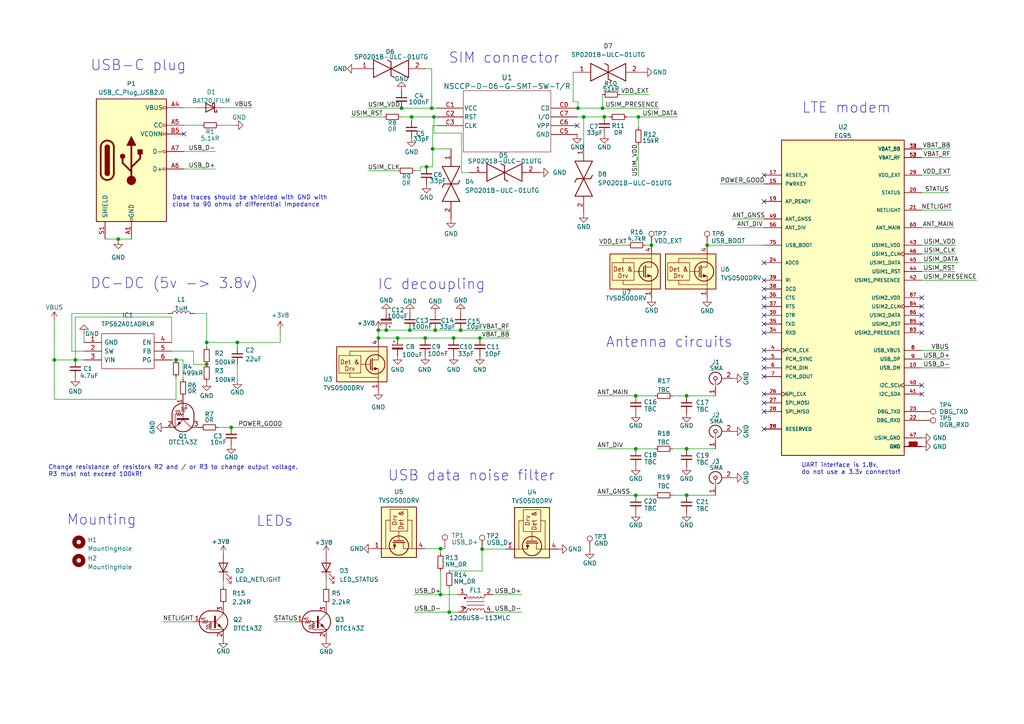
<source format=kicad_sch>
(kicad_sch (version 20230121) (generator eeschema)

  (uuid e7f5bf03-fb2c-47bf-a5e6-8bf502aef220)

  (paper "A4")

  (title_block
    (title "Project Roamer")
    (company "Liberated Embedded Systems")
  )

  

  (junction (at 184.404 143.637) (diameter 0) (color 0 0 0 0)
    (uuid 042a0471-e21e-4cf9-a449-bbbe0b4e31dc)
  )
  (junction (at 115.316 98.044) (diameter 0) (color 0 0 0 0)
    (uuid 07a1419a-9ce9-47ac-9f25-5a877a03b148)
  )
  (junction (at 112.014 95.758) (diameter 0) (color 0 0 0 0)
    (uuid 0b842d3b-3af0-4445-85a2-8938feb3239b)
  )
  (junction (at 139.827 159.258) (diameter 0) (color 0 0 0 0)
    (uuid 108c85e9-c6c0-486e-acce-02cd06277409)
  )
  (junction (at 109.728 98.044) (diameter 0) (color 0 0 0 0)
    (uuid 249cd2e5-40dc-4d86-83f1-1d36bcff2155)
  )
  (junction (at 169.291 33.909) (diameter 0) (color 0 0 0 0)
    (uuid 2799f28c-62dd-4fec-b8f9-b9ade1ddb1a7)
  )
  (junction (at 184.404 114.808) (diameter 0) (color 0 0 0 0)
    (uuid 2d292abd-a196-4a57-8168-e345b85a43e2)
  )
  (junction (at 59.944 99.314) (diameter 0) (color 0 0 0 0)
    (uuid 36e8db00-b6e8-465b-982d-28a5692fc84a)
  )
  (junction (at 184.404 130.175) (diameter 0) (color 0 0 0 0)
    (uuid 4841ed9d-4f03-47af-a04b-128d42d47199)
  )
  (junction (at 139.192 98.044) (diameter 0) (color 0 0 0 0)
    (uuid 4a77998e-9110-499d-b99b-0ca8beb92ba4)
  )
  (junction (at 21.844 104.394) (diameter 0) (color 0 0 0 0)
    (uuid 4c802de5-a62c-45b9-8919-56239038f1d4)
  )
  (junction (at 199.136 143.637) (diameter 0) (color 0 0 0 0)
    (uuid 4c82af79-d55f-4314-9a7f-35f7aa12a6a9)
  )
  (junction (at 59.944 105.664) (diameter 0) (color 0 0 0 0)
    (uuid 5996a4f0-9688-4e1a-90b3-babd210fa8d6)
  )
  (junction (at 174.752 31.369) (diameter 0) (color 0 0 0 0)
    (uuid 5a6420b8-2b0b-470d-b157-ce17b636eaee)
  )
  (junction (at 188.976 71.12) (diameter 0) (color 0 0 0 0)
    (uuid 60d57bd6-b749-4f42-adeb-f36d16ffdfee)
  )
  (junction (at 15.748 104.394) (diameter 0) (color 0 0 0 0)
    (uuid 662d7f32-fb97-41aa-ac93-f48fc05dc7a7)
  )
  (junction (at 205.105 71.12) (diameter 0) (color 0 0 0 0)
    (uuid 66b7964f-c33c-43e3-960c-f53593949cb9)
  )
  (junction (at 131.572 98.044) (diameter 0) (color 0 0 0 0)
    (uuid 6d2b738e-dbf5-438d-823f-18e2789a4004)
  )
  (junction (at 185.166 33.909) (diameter 0) (color 0 0 0 0)
    (uuid 73794637-c3fd-4e06-a39a-f6c4efd94b3f)
  )
  (junction (at 199.136 130.175) (diameter 0) (color 0 0 0 0)
    (uuid 8041df1e-37a6-4527-8ec0-8400a61212d2)
  )
  (junction (at 123.698 48.387) (diameter 0) (color 0 0 0 0)
    (uuid 864ceb9b-e94f-41ba-b473-5a5d74aff6eb)
  )
  (junction (at 109.728 95.758) (diameter 0) (color 0 0 0 0)
    (uuid 93302bdb-0704-4e0b-a8dd-9dfb1a3b9997)
  )
  (junction (at 133.604 95.758) (diameter 0) (color 0 0 0 0)
    (uuid 97963e5a-c012-437b-b9b0-c938b05f9e9b)
  )
  (junction (at 125.476 43.18) (diameter 0) (color 0 0 0 0)
    (uuid 9acf26e0-a548-4af5-94e2-666e469acbfb)
  )
  (junction (at 167.64 31.369) (diameter 0) (color 0 0 0 0)
    (uuid 9ad2ddf5-432d-436f-a84e-8e8c369898b8)
  )
  (junction (at 130.302 177.546) (diameter 0) (color 0 0 0 0)
    (uuid 9fe07d3f-b8b9-4ea8-aa09-965827fcece6)
  )
  (junction (at 118.872 95.758) (diameter 0) (color 0 0 0 0)
    (uuid b31b2ab4-1e33-4ff8-886e-c52b892174a0)
  )
  (junction (at 67.056 123.952) (diameter 0) (color 0 0 0 0)
    (uuid bee434f5-12c1-456b-a694-5d6aa6d93d20)
  )
  (junction (at 119.38 33.909) (diameter 0) (color 0 0 0 0)
    (uuid c2b3d108-8989-4b48-a897-0c96e9da9706)
  )
  (junction (at 127.762 159.131) (diameter 0) (color 0 0 0 0)
    (uuid c440c282-25f7-4f68-9ee7-d7f6e1fb242c)
  )
  (junction (at 125.222 31.369) (diameter 0) (color 0 0 0 0)
    (uuid cfa39ba7-e430-403c-8e7e-2a38a6b6cd4f)
  )
  (junction (at 68.834 99.314) (diameter 0) (color 0 0 0 0)
    (uuid d030991e-27c8-47b5-bc06-e0a527017f6c)
  )
  (junction (at 123.317 98.044) (diameter 0) (color 0 0 0 0)
    (uuid d0b29793-5a1d-4bf2-84a7-4c2b8f0a55fb)
  )
  (junction (at 125.857 33.909) (diameter 0) (color 0 0 0 0)
    (uuid d1762674-7b54-47ac-991b-e32d85ec0adc)
  )
  (junction (at 199.136 114.808) (diameter 0) (color 0 0 0 0)
    (uuid d1a2ea86-da3c-4b7e-b186-ecf50d0a39d6)
  )
  (junction (at 34.29 69.342) (diameter 0) (color 0 0 0 0)
    (uuid d7264a7e-d04f-4351-8b59-cabd586f5d0d)
  )
  (junction (at 126.238 95.758) (diameter 0) (color 0 0 0 0)
    (uuid d9741ebb-98cb-4867-9416-bb2325535329)
  )
  (junction (at 175.26 33.909) (diameter 0) (color 0 0 0 0)
    (uuid daa6e0f4-053f-4143-9153-188f93c9a287)
  )
  (junction (at 116.459 31.369) (diameter 0) (color 0 0 0 0)
    (uuid e30a2179-b596-4ce8-aea6-67b5b4a0837f)
  )
  (junction (at 127.762 172.466) (diameter 0) (color 0 0 0 0)
    (uuid e62ca165-381d-4aa2-a97b-d7b6bc254ee7)
  )
  (junction (at 51.054 104.394) (diameter 0) (color 0 0 0 0)
    (uuid f0e313f2-9291-4ca9-820b-64982e8a14cc)
  )

  (no_connect (at 221.615 119.38) (uuid 05a7c912-a068-4fca-9eab-8c05541865e2))
  (no_connect (at 221.615 91.44) (uuid 098ef58d-9c83-4e94-b159-9f6c0c821d15))
  (no_connect (at 267.335 86.36) (uuid 29aa2da9-500d-467f-a954-b165ea662d36))
  (no_connect (at 267.335 114.3) (uuid 2fcb3cff-4db3-4d18-8ea8-334a3680b13d))
  (no_connect (at 221.615 88.9) (uuid 42df1992-7708-4c2e-a2b1-bfadafe60529))
  (no_connect (at 221.615 109.22) (uuid 4354e603-7f9d-4559-ab0d-405cf48cfae6))
  (no_connect (at 221.615 114.3) (uuid 4628dff3-05d9-4f8d-adc6-ccd39a555494))
  (no_connect (at 221.615 81.28) (uuid 49e24e25-ef0a-4535-8ddb-6091aecde71a))
  (no_connect (at 267.335 111.76) (uuid 55e0c271-5fbe-48bc-8951-877cc20fd028))
  (no_connect (at 221.615 86.36) (uuid 57884747-f80f-45b4-b376-3ed85b951751))
  (no_connect (at 267.335 91.44) (uuid 5d141732-3dc4-4823-9c61-56341c6489b5))
  (no_connect (at 221.615 76.2) (uuid 60677259-31a6-425c-a2e9-c6e042564e89))
  (no_connect (at 221.615 96.52) (uuid 7786db76-f36e-493d-bf14-08fb87b4cfb7))
  (no_connect (at 221.615 106.68) (uuid 789ebabe-93fb-484e-b50a-b5e32b445969))
  (no_connect (at 267.335 93.98) (uuid 7b8e352a-c575-43ca-9083-5e9fdf049e7a))
  (no_connect (at 221.615 101.6) (uuid 86d27db5-efbd-4595-ae69-49202e8d4e2d))
  (no_connect (at 221.615 124.46) (uuid 8c4a3ea0-7568-4027-be97-fab2477998c8))
  (no_connect (at 221.615 104.14) (uuid 927688cb-4715-4226-8c85-a641f2de0f5f))
  (no_connect (at 267.335 88.9) (uuid a1f8cb88-3472-413a-8194-453d68bc142e))
  (no_connect (at 221.615 116.84) (uuid a3afcaf1-0d85-4bcb-b48c-beef9990449b))
  (no_connect (at 267.335 96.52) (uuid b0681478-bd21-4d84-844e-c81740b62703))
  (no_connect (at 221.615 50.8) (uuid c583c47f-49b7-4e4e-8008-493f5f8f0bbd))
  (no_connect (at 53.34 38.862) (uuid ca527f55-7bcf-4137-986c-55b6fde926ea))
  (no_connect (at 221.615 58.42) (uuid ceef2b62-30a9-4d16-ba8c-ea2ac879facf))
  (no_connect (at 221.615 83.82) (uuid e4045863-b097-4b22-b139-d020dbbc7d14))
  (no_connect (at 167.386 36.449) (uuid ec4b1266-4fda-48e3-9e3a-8126a57e3bb8))
  (no_connect (at 221.615 93.98) (uuid fef6a212-7061-4d20-842f-cc8186980657))

  (wire (pts (xy 125.476 43.18) (xy 125.476 48.387))
    (stroke (width 0) (type default))
    (uuid 016f9433-d5db-4039-b5ea-a91473d92ffe)
  )
  (wire (pts (xy 133.858 50.038) (xy 133.858 38.608))
    (stroke (width 0) (type default))
    (uuid 07b3f81e-d49c-4fe2-9428-4753336adf72)
  )
  (wire (pts (xy 101.854 33.909) (xy 111.252 33.909))
    (stroke (width 0) (type default))
    (uuid 083ba46c-0800-4d6e-a55a-8dae79770711)
  )
  (wire (pts (xy 123.317 159.131) (xy 127.762 159.131))
    (stroke (width 0) (type default))
    (uuid 0944d581-d69f-49a3-952b-b6550cae692b)
  )
  (wire (pts (xy 51.054 115.824) (xy 51.054 109.474))
    (stroke (width 0) (type default))
    (uuid 0973be5f-16c4-428c-80bb-8a3f2719cde1)
  )
  (wire (pts (xy 267.335 60.96) (xy 276.098 60.96))
    (stroke (width 0) (type default))
    (uuid 0a348e73-c020-462c-9ac1-aabea15c7af0)
  )
  (wire (pts (xy 120.142 172.466) (xy 127.762 172.466))
    (stroke (width 0) (type default))
    (uuid 0c39fce4-7ac0-4c9b-b343-4ba89b333cc5)
  )
  (wire (pts (xy 125.222 19.939) (xy 125.222 31.369))
    (stroke (width 0) (type default))
    (uuid 109c6953-c8fa-4beb-89ab-e8fc3b49d7d3)
  )
  (wire (pts (xy 267.335 73.66) (xy 277.241 73.66))
    (stroke (width 0) (type default))
    (uuid 10de3af6-802d-407b-9ace-a22f29da2b90)
  )
  (wire (pts (xy 68.834 99.314) (xy 81.28 99.314))
    (stroke (width 0) (type default))
    (uuid 11e96df8-6433-4721-997d-51e78b40e084)
  )
  (wire (pts (xy 106.68 49.53) (xy 115.316 49.53))
    (stroke (width 0) (type default))
    (uuid 14cb3f38-b25b-4d49-9a82-20df3506f421)
  )
  (wire (pts (xy 267.335 71.12) (xy 277.241 71.12))
    (stroke (width 0) (type default))
    (uuid 162d0b0c-49ac-4d83-936b-9aca5609cfdb)
  )
  (wire (pts (xy 125.857 33.909) (xy 126.746 33.909))
    (stroke (width 0) (type default))
    (uuid 1868796e-83e3-4634-a68f-0800fa6504e6)
  )
  (wire (pts (xy 166.243 20.955) (xy 166.243 29.464))
    (stroke (width 0) (type default))
    (uuid 192b06de-c168-4dc9-b850-d6be60edf6a0)
  )
  (wire (pts (xy 118.872 95.758) (xy 126.238 95.758))
    (stroke (width 0) (type default))
    (uuid 19ee1a99-d2ea-401c-84c4-cb06e3ae7eba)
  )
  (wire (pts (xy 167.64 29.464) (xy 167.64 31.369))
    (stroke (width 0) (type default))
    (uuid 1b06a3cf-116b-49e9-a4c1-2968e55c6598)
  )
  (wire (pts (xy 143.002 177.546) (xy 151.257 177.546))
    (stroke (width 0) (type default))
    (uuid 1c592a51-5af1-46f2-abdd-0978cea01987)
  )
  (wire (pts (xy 116.459 31.369) (xy 125.222 31.369))
    (stroke (width 0) (type default))
    (uuid 1fc85ee7-aece-46c0-a6b2-fec00e70aaf4)
  )
  (wire (pts (xy 199.136 114.808) (xy 207.518 114.808))
    (stroke (width 0) (type default))
    (uuid 20a09c66-954d-4dd9-bd94-eeef7aa4cbc9)
  )
  (wire (pts (xy 125.476 48.387) (xy 123.698 48.387))
    (stroke (width 0) (type default))
    (uuid 2223f823-ae7b-4e64-9638-dd44f3ba7622)
  )
  (wire (pts (xy 109.728 95.758) (xy 109.728 98.044))
    (stroke (width 0) (type default))
    (uuid 22482def-4517-4495-83f1-d60986f2b75f)
  )
  (wire (pts (xy 267.335 106.68) (xy 275.59 106.68))
    (stroke (width 0) (type default))
    (uuid 243e78eb-4256-43f6-a9f6-1996d251b01c)
  )
  (wire (pts (xy 24.384 101.854) (xy 20.828 101.854))
    (stroke (width 0) (type default))
    (uuid 25407507-ec15-4371-9996-a427893dcc24)
  )
  (wire (pts (xy 94.615 168.402) (xy 94.615 170.18))
    (stroke (width 0) (type default))
    (uuid 2a013bdb-46f0-4026-b4a1-c7d4eece15e3)
  )
  (wire (pts (xy 185.166 33.909) (xy 196.469 33.909))
    (stroke (width 0) (type default))
    (uuid 2a607466-5717-4fb6-a830-126715f5e057)
  )
  (wire (pts (xy 51.054 104.394) (xy 53.086 104.394))
    (stroke (width 0) (type default))
    (uuid 2c2e8857-e68d-4f83-a96e-e8a66d9e0b5e)
  )
  (wire (pts (xy 179.832 27.432) (xy 188.214 27.432))
    (stroke (width 0) (type default))
    (uuid 353a6e00-5517-4f48-bd92-0d7fe73c5552)
  )
  (wire (pts (xy 79.375 180.34) (xy 85.725 180.34))
    (stroke (width 0) (type default))
    (uuid 3a6b28c1-e471-48e7-9a80-d4b2d11b4b99)
  )
  (wire (pts (xy 167.64 31.369) (xy 174.752 31.369))
    (stroke (width 0) (type default))
    (uuid 3aa9e1ac-5e3a-4d0a-b097-d4556542524e)
  )
  (wire (pts (xy 267.335 45.72) (xy 275.717 45.72))
    (stroke (width 0) (type default))
    (uuid 3e34253e-ed9f-4fe8-8990-8023a4d7cc72)
  )
  (wire (pts (xy 139.192 98.044) (xy 131.572 98.044))
    (stroke (width 0) (type default))
    (uuid 3f59b73a-0baf-4264-9660-c05b4d8e826b)
  )
  (wire (pts (xy 59.944 90.932) (xy 59.944 99.314))
    (stroke (width 0) (type default))
    (uuid 431ae31f-38f4-44ba-9ee0-0d826b9ce84a)
  )
  (wire (pts (xy 116.332 33.909) (xy 119.38 33.909))
    (stroke (width 0) (type default))
    (uuid 443083fb-9da6-4106-85d7-406828d7e959)
  )
  (wire (pts (xy 63.5 36.322) (xy 67.945 36.322))
    (stroke (width 0) (type default))
    (uuid 46b7ef96-a908-44cf-8882-4e19177eaf3c)
  )
  (wire (pts (xy 212.344 63.5) (xy 221.615 63.5))
    (stroke (width 0) (type default))
    (uuid 488ffbfd-21d2-45be-9907-17ab725bda98)
  )
  (wire (pts (xy 208.915 53.34) (xy 221.615 53.34))
    (stroke (width 0) (type default))
    (uuid 49e50ead-6672-4512-a6d0-8fa6c66d33e0)
  )
  (wire (pts (xy 126.238 95.758) (xy 133.604 95.758))
    (stroke (width 0) (type default))
    (uuid 4a6cad79-8d2b-40c0-b318-6b74fb99cdf0)
  )
  (wire (pts (xy 139.827 159.258) (xy 146.685 159.258))
    (stroke (width 0) (type default))
    (uuid 4b33db9c-e5dc-4bf7-aa53-cc9580572d4a)
  )
  (wire (pts (xy 53.086 104.394) (xy 53.086 109.982))
    (stroke (width 0) (type default))
    (uuid 5111b0eb-3dfb-4f4f-bdd7-8f4b2ab7f8f3)
  )
  (wire (pts (xy 130.429 165.608) (xy 130.302 165.481))
    (stroke (width 0) (type default))
    (uuid 517ee6da-a164-4ceb-ad99-ace8a44a2c2e)
  )
  (wire (pts (xy 174.752 31.369) (xy 191.135 31.369))
    (stroke (width 0) (type default))
    (uuid 542c9af1-4845-4dad-a8f3-bc35a862bbd6)
  )
  (wire (pts (xy 120.396 49.53) (xy 121.92 49.53))
    (stroke (width 0) (type default))
    (uuid 5ce1f302-565c-47f7-82a4-cc520c135052)
  )
  (wire (pts (xy 267.335 104.14) (xy 275.59 104.14))
    (stroke (width 0) (type default))
    (uuid 5f56a5f8-c8ef-436a-a3f0-d1d3e32e4f4c)
  )
  (wire (pts (xy 267.335 55.88) (xy 275.209 55.88))
    (stroke (width 0) (type default))
    (uuid 61e256b2-85cc-40e0-8b74-8f54c233587e)
  )
  (wire (pts (xy 119.38 33.909) (xy 125.857 33.909))
    (stroke (width 0) (type default))
    (uuid 640b34f1-e78f-43ab-a8fb-ab37a6365b51)
  )
  (wire (pts (xy 127.762 159.131) (xy 127.762 160.528))
    (stroke (width 0) (type default))
    (uuid 69586c84-85a3-46c7-b29d-38c383017786)
  )
  (wire (pts (xy 173.736 71.12) (xy 182.118 71.12))
    (stroke (width 0) (type default))
    (uuid 6a39f7ff-db20-44af-aeb9-e043a484f58f)
  )
  (wire (pts (xy 125.476 36.449) (xy 125.476 43.18))
    (stroke (width 0) (type default))
    (uuid 6a450cc8-b009-4eb3-b494-8677cf88a327)
  )
  (wire (pts (xy 67.056 123.952) (xy 81.915 123.952))
    (stroke (width 0) (type default))
    (uuid 70d714fa-7732-40e3-b2bc-9d501918fb34)
  )
  (wire (pts (xy 267.335 76.2) (xy 278.003 76.2))
    (stroke (width 0) (type default))
    (uuid 7434c959-9658-4640-a403-c457ba7c5565)
  )
  (wire (pts (xy 184.404 114.808) (xy 189.992 114.808))
    (stroke (width 0) (type default))
    (uuid 7453db2a-5a22-4140-8907-6b6eedfe0eca)
  )
  (wire (pts (xy 267.335 81.28) (xy 283.337 81.28))
    (stroke (width 0) (type default))
    (uuid 7469e3ef-de30-4a7c-8e2f-ae590b37a9eb)
  )
  (wire (pts (xy 184.404 143.637) (xy 189.992 143.637))
    (stroke (width 0) (type default))
    (uuid 7ac0a14f-02e1-47f3-86bd-75e714f2ea5b)
  )
  (wire (pts (xy 15.748 115.824) (xy 51.054 115.824))
    (stroke (width 0) (type default))
    (uuid 7b12b8f1-d5fe-4bbc-957e-d788af2f6372)
  )
  (wire (pts (xy 187.198 71.12) (xy 188.976 71.12))
    (stroke (width 0) (type default))
    (uuid 7bf717b2-c3b6-47b7-9e88-abb5a8177a31)
  )
  (wire (pts (xy 59.944 99.314) (xy 59.944 100.584))
    (stroke (width 0) (type default))
    (uuid 7ddb8de7-33df-45ae-b77b-70ed734db02c)
  )
  (wire (pts (xy 49.784 99.314) (xy 49.784 91.948))
    (stroke (width 0) (type default))
    (uuid 81ee1c7f-233e-4145-93d8-3f21808a95ff)
  )
  (wire (pts (xy 173.228 130.175) (xy 184.404 130.175))
    (stroke (width 0) (type default))
    (uuid 8269d304-bcfc-45e5-8254-d29b03033700)
  )
  (wire (pts (xy 185.166 33.909) (xy 185.166 36.957))
    (stroke (width 0) (type default))
    (uuid 869af4db-25ce-40f7-bf30-08de7030b9fe)
  )
  (wire (pts (xy 169.291 33.909) (xy 175.26 33.909))
    (stroke (width 0) (type default))
    (uuid 8a67079c-75bd-475e-a44a-503761be5086)
  )
  (wire (pts (xy 49.784 91.948) (xy 21.844 91.948))
    (stroke (width 0) (type default))
    (uuid 8abe6bd7-9394-4908-a584-f259df544660)
  )
  (wire (pts (xy 130.429 165.608) (xy 139.827 165.608))
    (stroke (width 0) (type default))
    (uuid 8af824bd-fa75-4123-a1c9-9823718d7b8c)
  )
  (wire (pts (xy 195.072 114.808) (xy 199.136 114.808))
    (stroke (width 0) (type default))
    (uuid 8bc21f00-b4cf-4f13-9b03-eaba4a11badd)
  )
  (wire (pts (xy 125.476 43.18) (xy 130.81 43.18))
    (stroke (width 0) (type default))
    (uuid 8c4ee04a-5192-4bd2-981c-97cdb21ad311)
  )
  (wire (pts (xy 195.072 130.175) (xy 199.136 130.175))
    (stroke (width 0) (type default))
    (uuid 8c87ac72-8740-4284-91c0-7657a93d89b6)
  )
  (wire (pts (xy 55.88 180.34) (xy 47.244 180.34))
    (stroke (width 0) (type default))
    (uuid 8d95d9c9-36f6-48d9-b910-9248607a7ecb)
  )
  (wire (pts (xy 121.92 48.387) (xy 123.698 48.387))
    (stroke (width 0) (type default))
    (uuid 8f1b4e4f-4dba-4570-9dc5-d3bb139b4be5)
  )
  (wire (pts (xy 133.604 95.758) (xy 147.828 95.758))
    (stroke (width 0) (type default))
    (uuid 903839d1-5324-4e01-839b-2c39e7cc4f3d)
  )
  (wire (pts (xy 123.571 19.939) (xy 125.222 19.939))
    (stroke (width 0) (type default))
    (uuid 9089a1a2-14eb-4aae-8060-5202e104ebbd)
  )
  (wire (pts (xy 167.386 31.369) (xy 167.64 31.369))
    (stroke (width 0) (type default))
    (uuid 936179b4-582f-4024-b742-715dc3713797)
  )
  (wire (pts (xy 81.28 99.314) (xy 81.28 95.758))
    (stroke (width 0) (type default))
    (uuid 94149bb3-0230-4cc9-8a06-7f18e1ea6f1f)
  )
  (wire (pts (xy 15.748 92.964) (xy 15.748 104.394))
    (stroke (width 0) (type default))
    (uuid 94f0d30d-a571-4c0b-ac5b-bf15c65e9ef3)
  )
  (wire (pts (xy 30.48 69.342) (xy 34.29 69.342))
    (stroke (width 0) (type default))
    (uuid 95bd61a9-339a-4be0-8506-6d8d40bf65df)
  )
  (wire (pts (xy 199.136 143.637) (xy 207.518 143.637))
    (stroke (width 0) (type default))
    (uuid 96c95263-bd70-4ad3-b037-c094a8e797c0)
  )
  (wire (pts (xy 131.572 98.044) (xy 123.317 98.044))
    (stroke (width 0) (type default))
    (uuid 9906097b-0b66-4650-97df-a7952c2b2d2e)
  )
  (wire (pts (xy 169.291 41.656) (xy 169.291 33.909))
    (stroke (width 0) (type default))
    (uuid 9a665be5-951b-4f27-93cc-f3bb68994e28)
  )
  (wire (pts (xy 112.014 95.758) (xy 118.872 95.758))
    (stroke (width 0) (type default))
    (uuid 9df57fc1-d46a-4bbd-afbc-39e7660a28e2)
  )
  (wire (pts (xy 59.944 99.314) (xy 68.834 99.314))
    (stroke (width 0) (type default))
    (uuid a194d0d5-eb6c-41af-98cc-0e2e067ed087)
  )
  (wire (pts (xy 167.386 33.909) (xy 169.291 33.909))
    (stroke (width 0) (type default))
    (uuid a345a4f1-ce0d-46aa-90d5-ec414591949e)
  )
  (wire (pts (xy 53.34 43.942) (xy 62.484 43.942))
    (stroke (width 0) (type default))
    (uuid a6318b8d-ec38-48b8-bfb6-951335499080)
  )
  (wire (pts (xy 64.77 168.402) (xy 64.77 170.18))
    (stroke (width 0) (type default))
    (uuid aa2b0504-5aa9-4cad-927f-6b4895cd62fd)
  )
  (wire (pts (xy 184.404 130.175) (xy 189.992 130.175))
    (stroke (width 0) (type default))
    (uuid abfcc4a9-db87-45ad-a66b-d96507da79ed)
  )
  (wire (pts (xy 185.166 42.037) (xy 185.166 51.181))
    (stroke (width 0) (type default))
    (uuid af10e562-0025-46f3-842a-e6b6ef311b24)
  )
  (wire (pts (xy 125.857 38.608) (xy 125.857 33.909))
    (stroke (width 0) (type default))
    (uuid b10776c1-52c3-4474-9706-ff7f1e7f5a2a)
  )
  (wire (pts (xy 267.335 50.8) (xy 275.717 50.8))
    (stroke (width 0) (type default))
    (uuid b1bdc5eb-6651-4815-9f0f-c4d8de4847e4)
  )
  (wire (pts (xy 109.728 98.044) (xy 115.316 98.044))
    (stroke (width 0) (type default))
    (uuid b3300f2a-e355-483f-bb98-90208c8708c9)
  )
  (wire (pts (xy 68.834 99.314) (xy 68.834 100.584))
    (stroke (width 0) (type default))
    (uuid b59fc002-ff13-4eee-8a50-d839fe20c77b)
  )
  (wire (pts (xy 115.316 98.044) (xy 123.317 98.044))
    (stroke (width 0) (type default))
    (uuid b7b102c0-1b28-4056-93ed-231d765d6811)
  )
  (wire (pts (xy 173.228 114.808) (xy 184.404 114.808))
    (stroke (width 0) (type default))
    (uuid b829540a-d0b4-49ca-adbf-0f57eb079808)
  )
  (wire (pts (xy 174.752 27.432) (xy 174.752 31.369))
    (stroke (width 0) (type default))
    (uuid ba8ad741-ec74-4c8d-a0c9-98059acee5c3)
  )
  (wire (pts (xy 143.002 172.466) (xy 151.257 172.466))
    (stroke (width 0) (type default))
    (uuid baeee0a3-3b3e-4ce1-900c-14dff80fbada)
  )
  (wire (pts (xy 120.142 177.546) (xy 130.302 177.546))
    (stroke (width 0) (type default))
    (uuid bcb70764-9a79-4f7b-aa37-80ac97e980b5)
  )
  (wire (pts (xy 139.827 165.608) (xy 139.827 159.258))
    (stroke (width 0) (type default))
    (uuid bd7f77e6-8804-49a6-b7c9-5dec3b47d8fe)
  )
  (wire (pts (xy 34.29 69.342) (xy 34.29 69.596))
    (stroke (width 0) (type default))
    (uuid c1a67dc8-214e-462b-8621-7c935f79ad57)
  )
  (wire (pts (xy 267.335 101.6) (xy 275.209 101.6))
    (stroke (width 0) (type default))
    (uuid c6dfef69-c3ee-4c2e-b4c3-d206b67db366)
  )
  (wire (pts (xy 136.144 50.038) (xy 133.858 50.038))
    (stroke (width 0) (type default))
    (uuid c97a8676-4864-412a-b7b5-1abedb495003)
  )
  (wire (pts (xy 127.762 159.131) (xy 129.032 159.131))
    (stroke (width 0) (type default))
    (uuid c9a56d29-537e-4c03-915d-bdade0dcdda9)
  )
  (wire (pts (xy 15.748 115.824) (xy 15.748 104.394))
    (stroke (width 0) (type default))
    (uuid cc0711b2-5351-4792-a69e-1d113d404b82)
  )
  (wire (pts (xy 64.77 31.242) (xy 73.152 31.242))
    (stroke (width 0) (type default))
    (uuid cc710d27-2717-4e95-b25b-85dd19deed59)
  )
  (wire (pts (xy 109.728 95.758) (xy 112.014 95.758))
    (stroke (width 0) (type default))
    (uuid cf1726fb-7e50-4838-8ce3-8a2069d77f9a)
  )
  (wire (pts (xy 139.192 98.044) (xy 147.828 98.044))
    (stroke (width 0) (type default))
    (uuid d020a520-a626-42f1-b92d-ed0acced7c64)
  )
  (wire (pts (xy 213.741 66.04) (xy 221.615 66.04))
    (stroke (width 0) (type default))
    (uuid d04ed176-2caf-490e-a330-8091df4c2d36)
  )
  (wire (pts (xy 49.784 104.394) (xy 51.054 104.394))
    (stroke (width 0) (type default))
    (uuid d1159933-963d-4653-b331-3bca57df1d8f)
  )
  (wire (pts (xy 56.134 101.854) (xy 56.134 105.664))
    (stroke (width 0) (type default))
    (uuid d11e1087-9947-49fc-86cb-1e3c88e786be)
  )
  (wire (pts (xy 195.072 143.637) (xy 199.136 143.637))
    (stroke (width 0) (type default))
    (uuid d4dd32c3-edae-423c-a419-934d2b00cbef)
  )
  (wire (pts (xy 24.384 96.774) (xy 24.384 99.314))
    (stroke (width 0) (type default))
    (uuid d6fb14cd-da59-434a-a47f-6f9fe6c9ace9)
  )
  (wire (pts (xy 20.828 90.932) (xy 48.768 90.932))
    (stroke (width 0) (type default))
    (uuid d8ee074e-957f-4f2d-b164-756491ef692e)
  )
  (wire (pts (xy 130.302 177.546) (xy 132.842 177.546))
    (stroke (width 0) (type default))
    (uuid dafb6178-625b-40b9-8e35-323b2c6deaa7)
  )
  (wire (pts (xy 57.15 31.242) (xy 53.34 31.242))
    (stroke (width 0) (type default))
    (uuid dd890e69-1511-47b3-b73a-067cbc02dc6e)
  )
  (wire (pts (xy 15.748 104.394) (xy 21.844 104.394))
    (stroke (width 0) (type default))
    (uuid dd90930c-f552-46ac-b1f7-48d1ddb596d4)
  )
  (wire (pts (xy 130.302 170.561) (xy 130.302 177.546))
    (stroke (width 0) (type default))
    (uuid ddbafd75-5887-4eea-a2e7-5edc883a2ba2)
  )
  (wire (pts (xy 68.834 110.236) (xy 68.834 105.664))
    (stroke (width 0) (type default))
    (uuid de1f462f-42da-4e21-bb8a-51b75a28b7e2)
  )
  (wire (pts (xy 267.335 78.74) (xy 276.987 78.74))
    (stroke (width 0) (type default))
    (uuid de8bd120-989f-4c37-bcdc-ed048eed7b63)
  )
  (wire (pts (xy 133.858 38.608) (xy 125.857 38.608))
    (stroke (width 0) (type default))
    (uuid e24cf888-8309-4285-81c1-820b6376f978)
  )
  (wire (pts (xy 53.34 49.022) (xy 62.484 49.022))
    (stroke (width 0) (type default))
    (uuid e264048e-cb40-46b2-b945-9d40fc798766)
  )
  (wire (pts (xy 125.222 31.369) (xy 126.746 31.369))
    (stroke (width 0) (type default))
    (uuid e2bbeca8-3c7c-4e52-991a-8786de82cc45)
  )
  (wire (pts (xy 21.844 91.948) (xy 21.844 104.394))
    (stroke (width 0) (type default))
    (uuid e2f3bd7c-4bfd-4a98-b07a-02934ca43525)
  )
  (wire (pts (xy 125.476 36.449) (xy 126.746 36.449))
    (stroke (width 0) (type default))
    (uuid e33b6b2a-b5c3-4b0b-a4de-a6f4601e7cac)
  )
  (wire (pts (xy 199.136 130.175) (xy 207.518 130.175))
    (stroke (width 0) (type default))
    (uuid e61b547d-31b0-418c-9839-c878bcd08d27)
  )
  (wire (pts (xy 34.29 69.342) (xy 38.1 69.342))
    (stroke (width 0) (type default))
    (uuid e8390b11-4fd0-4df4-a135-2e8b04d347c7)
  )
  (wire (pts (xy 127.762 172.466) (xy 132.842 172.466))
    (stroke (width 0) (type default))
    (uuid ed0e5eea-43c0-4d75-92ac-f8809c54c3c1)
  )
  (wire (pts (xy 127.762 165.608) (xy 127.762 172.466))
    (stroke (width 0) (type default))
    (uuid ed69a4d1-ef95-492f-9c0e-9984a0bafde2)
  )
  (wire (pts (xy 121.92 49.53) (xy 121.92 48.387))
    (stroke (width 0) (type default))
    (uuid edd7268d-f79b-44f5-9a08-966e59a430dc)
  )
  (wire (pts (xy 53.34 36.322) (xy 58.42 36.322))
    (stroke (width 0) (type default))
    (uuid ef0cb1c2-8f79-4365-bd54-164624d7e504)
  )
  (wire (pts (xy 173.228 143.637) (xy 184.404 143.637))
    (stroke (width 0) (type default))
    (uuid f11e621e-cc31-4be0-a142-98b4e2259320)
  )
  (wire (pts (xy 49.784 101.854) (xy 56.134 101.854))
    (stroke (width 0) (type default))
    (uuid f18e4bff-b172-40f4-88e4-3f0fa4403ce7)
  )
  (wire (pts (xy 119.38 34.925) (xy 119.38 33.909))
    (stroke (width 0) (type default))
    (uuid f20f93f6-8327-4fb3-aaaa-a982e469faf1)
  )
  (wire (pts (xy 175.26 33.909) (xy 176.784 33.909))
    (stroke (width 0) (type default))
    (uuid f2a1f47f-8604-4c84-a40f-d62ff5676128)
  )
  (wire (pts (xy 267.335 43.18) (xy 275.717 43.18))
    (stroke (width 0) (type default))
    (uuid f4110a8e-de93-4e3a-b729-09eefddfba3d)
  )
  (wire (pts (xy 20.828 101.854) (xy 20.828 90.932))
    (stroke (width 0) (type default))
    (uuid f7356388-ca20-456f-a3df-69eafbcfba76)
  )
  (wire (pts (xy 205.105 71.12) (xy 221.615 71.12))
    (stroke (width 0) (type default))
    (uuid f7f0ef1f-9efc-4016-80af-90844a041c4c)
  )
  (wire (pts (xy 63.246 123.952) (xy 67.056 123.952))
    (stroke (width 0) (type default))
    (uuid f894d116-77b4-4179-a80f-bff88b98bceb)
  )
  (wire (pts (xy 56.388 90.932) (xy 59.944 90.932))
    (stroke (width 0) (type default))
    (uuid fa5a06ba-69c9-4b7c-b204-56951d9ec9b0)
  )
  (wire (pts (xy 56.134 105.664) (xy 59.944 105.664))
    (stroke (width 0) (type default))
    (uuid fbb43638-f890-42a3-b07f-9b3cf691441e)
  )
  (wire (pts (xy 267.335 66.04) (xy 276.606 66.04))
    (stroke (width 0) (type default))
    (uuid fc31d884-aeca-4d8b-89f8-b346ad6f0168)
  )
  (wire (pts (xy 166.243 29.464) (xy 167.64 29.464))
    (stroke (width 0) (type default))
    (uuid fc42f356-89c8-49c0-bc35-f9230b1efbee)
  )
  (wire (pts (xy 106.68 31.369) (xy 116.459 31.369))
    (stroke (width 0) (type default))
    (uuid fc863460-fe99-4abe-910f-ca8d0244f3df)
  )
  (wire (pts (xy 21.844 104.394) (xy 24.384 104.394))
    (stroke (width 0) (type default))
    (uuid fc8ef826-074d-49e9-a04e-0c35157a0f7b)
  )
  (wire (pts (xy 181.864 33.909) (xy 185.166 33.909))
    (stroke (width 0) (type default))
    (uuid fcd0f360-7287-4a8a-8067-c35111f2073d)
  )

  (text "LTE modem" (at 232.537 33.147 0)
    (effects (font (size 3 3)) (justify left bottom))
    (uuid 10856622-133d-4f7d-ac35-6cb885ce6185)
  )
  (text "SIM connector\n" (at 130.048 18.669 0)
    (effects (font (size 3 3)) (justify left bottom))
    (uuid 1f615cda-97b1-45ca-ac6b-01760d1a071c)
  )
  (text "LEDs" (at 74.295 153.035 0)
    (effects (font (size 3 3)) (justify left bottom))
    (uuid 5d1a16d1-daca-4fb8-9202-13f8ac655b04)
  )
  (text "USB-C plug" (at 26.162 20.828 0)
    (effects (font (size 3 3)) (justify left bottom))
    (uuid 997112e9-0d1c-4112-a4bc-f4e3764a24d5)
  )
  (text "IC decoupling\n" (at 109.474 84.328 0)
    (effects (font (size 3 3)) (justify left bottom))
    (uuid a6e487ce-2225-4f7e-ba17-13d3782fca51)
  )
  (text "UART interface is 1.8v, \ndo not use a 3.3v connector!"
    (at 232.41 137.795 0)
    (effects (font (size 1.27 1.27)) (justify left bottom))
    (uuid c3533279-9293-4dc5-8042-6c1508b2a49d)
  )
  (text "Mounting\n" (at 19.304 152.654 0)
    (effects (font (size 3 3)) (justify left bottom))
    (uuid ca3cbb62-a0f7-4285-a4b7-af23b86dbe37)
  )
  (text "DC-DC (5v -> 3.8v)\n" (at 26.162 84.074 0)
    (effects (font (size 3 3)) (justify left bottom))
    (uuid d3b1a4ad-ac5d-4167-af11-de6f37be6fef)
  )
  (text "USB data noise filter" (at 112.395 139.827 0)
    (effects (font (size 3 3)) (justify left bottom))
    (uuid d3ed1f5b-761c-4e84-a5fb-d339d36018b8)
  )
  (text "Antenna circuits\n" (at 175.641 101.092 0)
    (effects (font (size 3 3)) (justify left bottom))
    (uuid d89f996c-ad5d-413a-96e1-7d792b283d85)
  )
  (text "Change resistance of resistors R2 and / or R3 to change output voltage.\nR3 must not exceed 100kR!\n"
    (at 13.97 138.43 0)
    (effects (font (size 1.27 1.27)) (justify left bottom))
    (uuid e64b5d2e-4c66-4328-a131-4a92aea4aeaf)
  )
  (text "Data traces should be shielded with GND with \nclose to 90 ohms of differential impedance"
    (at 49.911 60.198 0)
    (effects (font (size 1.27 1.27)) (justify left bottom))
    (uuid fa68311b-06f8-4187-b961-a9dc9acdbc66)
  )

  (label "USIM_VDD" (at 277.241 71.12 180) (fields_autoplaced)
    (effects (font (size 1.27 1.27)) (justify right bottom))
    (uuid 030fdd0e-42a9-4f5f-9d8a-a97afaca32e0)
  )
  (label "USB_D-" (at 151.257 177.546 180) (fields_autoplaced)
    (effects (font (size 1.27 1.27)) (justify right bottom))
    (uuid 1c1f57fb-0304-4f5c-8ca3-a9352c2c96b9)
  )
  (label "ANT_GNSS" (at 212.344 63.5 0) (fields_autoplaced)
    (effects (font (size 1.27 1.27)) (justify left bottom))
    (uuid 1cab7889-027e-4a4b-92dd-e294b9188f4d)
  )
  (label "USIM_PRESENCE" (at 191.135 31.369 180) (fields_autoplaced)
    (effects (font (size 1.27 1.27)) (justify right bottom))
    (uuid 255f5bb5-a06f-455f-8359-09a5c5c99003)
  )
  (label "VBAT_RF" (at 147.828 95.758 180) (fields_autoplaced)
    (effects (font (size 1.27 1.27)) (justify right bottom))
    (uuid 29471ccc-e479-4ee0-be47-0a0b7085be20)
  )
  (label "USIM_CLK" (at 106.68 49.53 0) (fields_autoplaced)
    (effects (font (size 1.27 1.27)) (justify left bottom))
    (uuid 29daebfb-8de7-487b-83f6-acf17a235add)
  )
  (label "USB_D+" (at 275.59 104.14 180) (fields_autoplaced)
    (effects (font (size 1.27 1.27)) (justify right bottom))
    (uuid 2a3d94f1-8f38-4608-bc2a-9c7156e94a12)
  )
  (label "VBAT_BB" (at 147.828 98.044 180) (fields_autoplaced)
    (effects (font (size 1.27 1.27)) (justify right bottom))
    (uuid 341f62f5-589d-4734-8c10-bf214a9839d8)
  )
  (label "USIM_VDD" (at 185.166 51.181 90) (fields_autoplaced)
    (effects (font (size 1.27 1.27)) (justify left bottom))
    (uuid 4079dc95-5935-4f1d-9d1d-673cd8f80ca0)
  )
  (label "USB_D+" (at 120.142 172.466 0) (fields_autoplaced)
    (effects (font (size 1.27 1.27)) (justify left bottom))
    (uuid 44ff37be-8cbb-4422-b946-d0fab880891e)
  )
  (label "STATUS" (at 79.375 180.34 0) (fields_autoplaced)
    (effects (font (size 1.27 1.27)) (justify left bottom))
    (uuid 4a8a4651-c1be-49a7-90aa-5658cbb81ad4)
  )
  (label "VBAT_RF" (at 275.717 45.72 180) (fields_autoplaced)
    (effects (font (size 1.27 1.27)) (justify right bottom))
    (uuid 4d02e272-0362-4a3f-835a-71812e889c68)
  )
  (label "ANT_DIV" (at 173.228 130.175 0) (fields_autoplaced)
    (effects (font (size 1.27 1.27)) (justify left bottom))
    (uuid 59ec6daf-4f41-4eae-ad10-48af835cfb7a)
  )
  (label "ANT_DIV" (at 213.741 66.04 0) (fields_autoplaced)
    (effects (font (size 1.27 1.27)) (justify left bottom))
    (uuid 59f9c11e-faa0-4ecc-b792-b12652ba0b50)
  )
  (label "ANT_MAIN" (at 173.228 114.808 0) (fields_autoplaced)
    (effects (font (size 1.27 1.27)) (justify left bottom))
    (uuid 633c562a-e625-49be-b7c8-5a71d1731479)
  )
  (label "USB_D-" (at 275.59 106.68 180) (fields_autoplaced)
    (effects (font (size 1.27 1.27)) (justify right bottom))
    (uuid 6a42a279-6594-4617-92c7-bb273fe60f35)
  )
  (label "POWER_GOOD" (at 81.915 123.952 180) (fields_autoplaced)
    (effects (font (size 1.27 1.27)) (justify right bottom))
    (uuid 6c9d9040-f9e3-4e7c-b136-1ced9d775058)
  )
  (label "USB_D-" (at 120.142 177.546 0) (fields_autoplaced)
    (effects (font (size 1.27 1.27)) (justify left bottom))
    (uuid 6f7874e0-6a12-428e-9af4-58be41e35bb8)
  )
  (label "ANT_MAIN" (at 276.606 66.04 180) (fields_autoplaced)
    (effects (font (size 1.27 1.27)) (justify right bottom))
    (uuid 7099675a-1fd5-45df-b988-2f9a84da9897)
  )
  (label "NETLIGHT" (at 276.098 60.96 180) (fields_autoplaced)
    (effects (font (size 1.27 1.27)) (justify right bottom))
    (uuid 73fdc481-1392-4fb3-b700-3a76369af23c)
  )
  (label "USB_D+" (at 151.257 172.466 180) (fields_autoplaced)
    (effects (font (size 1.27 1.27)) (justify right bottom))
    (uuid 7c1aeb40-f30a-420c-8f80-f5814d7b375a)
  )
  (label "USIM_PRESENCE" (at 283.337 81.28 180) (fields_autoplaced)
    (effects (font (size 1.27 1.27)) (justify right bottom))
    (uuid 84a0f01c-7c48-4b57-ac5c-93453bdb1bed)
  )
  (label "USIM_DATA" (at 278.003 76.2 180) (fields_autoplaced)
    (effects (font (size 1.27 1.27)) (justify right bottom))
    (uuid 8b7200f7-4daf-44de-bcca-41cd41cdbb8f)
  )
  (label "USB_D+" (at 62.484 49.022 180) (fields_autoplaced)
    (effects (font (size 1.27 1.27)) (justify right bottom))
    (uuid 91db2672-e06a-417f-95c6-62ae4ee92f7d)
  )
  (label "NETLIGHT" (at 47.244 180.34 0) (fields_autoplaced)
    (effects (font (size 1.27 1.27)) (justify left bottom))
    (uuid a4b1017a-0351-4cf1-9d64-a09fc0b28a16)
  )
  (label "VBUS" (at 73.152 31.242 180) (fields_autoplaced)
    (effects (font (size 1.27 1.27)) (justify right bottom))
    (uuid b0ffd2ef-8ac8-4825-80f7-a62a2359493b)
  )
  (label "USB_D-" (at 62.484 43.942 180) (fields_autoplaced)
    (effects (font (size 1.27 1.27)) (justify right bottom))
    (uuid b571b294-415c-4b13-ab39-12f42873915f)
  )
  (label "VDD_EXT" (at 275.717 50.8 180) (fields_autoplaced)
    (effects (font (size 1.27 1.27)) (justify right bottom))
    (uuid b939c651-baca-4dab-b241-76ea3ae8ff21)
  )
  (label "STATUS" (at 275.209 55.88 180) (fields_autoplaced)
    (effects (font (size 1.27 1.27)) (justify right bottom))
    (uuid bdcfc669-da81-4f42-9d69-b5cc4a006bad)
  )
  (label "USIM_CLK" (at 277.241 73.66 180) (fields_autoplaced)
    (effects (font (size 1.27 1.27)) (justify right bottom))
    (uuid be36023a-e621-4ab0-a53c-6918520012f6)
  )
  (label "USIM_DATA" (at 196.469 33.909 180) (fields_autoplaced)
    (effects (font (size 1.27 1.27)) (justify right bottom))
    (uuid c58f6959-ff28-48f6-936a-ae0c0ef60ab2)
  )
  (label "VBAT_BB" (at 275.717 43.18 180) (fields_autoplaced)
    (effects (font (size 1.27 1.27)) (justify right bottom))
    (uuid c82d18a3-5e0e-4e56-a101-ab1fefd0fdac)
  )
  (label "VBUS" (at 275.209 101.6 180) (fields_autoplaced)
    (effects (font (size 1.27 1.27)) (justify right bottom))
    (uuid cc4e7e37-ae6a-4bea-a02e-d92b5e4df412)
  )
  (label "USIM_VDD" (at 106.68 31.369 0) (fields_autoplaced)
    (effects (font (size 1.27 1.27)) (justify left bottom))
    (uuid cf62d78d-5f2d-496c-af64-74365a412979)
  )
  (label "VDD_EXT" (at 188.214 27.432 180) (fields_autoplaced)
    (effects (font (size 1.27 1.27)) (justify right bottom))
    (uuid dd4e481b-f5b2-4b82-9df0-a07179bbd99e)
  )
  (label "USIM_RST" (at 101.854 33.909 0) (fields_autoplaced)
    (effects (font (size 1.27 1.27)) (justify left bottom))
    (uuid e97fc6f9-74f3-4a24-a312-65ea67586244)
  )
  (label "ANT_GNSS" (at 173.228 143.637 0) (fields_autoplaced)
    (effects (font (size 1.27 1.27)) (justify left bottom))
    (uuid f22bc7e2-51c7-4426-95b2-620e2f4814d6)
  )
  (label "VDD_EXT" (at 173.736 71.12 0) (fields_autoplaced)
    (effects (font (size 1.27 1.27)) (justify left bottom))
    (uuid f357f920-21ab-4c10-b948-8ca7d7791e95)
  )
  (label "USIM_RST" (at 276.987 78.74 180) (fields_autoplaced)
    (effects (font (size 1.27 1.27)) (justify right bottom))
    (uuid fcaf79c5-8fd4-4846-b15b-c83a0af83477)
  )
  (label "POWER_GOOD" (at 208.915 53.34 0) (fields_autoplaced)
    (effects (font (size 1.27 1.27)) (justify left bottom))
    (uuid fcdbaf88-a477-4450-ad66-5b029ba2f28e)
  )

  (symbol (lib_id "power:GND") (at 123.317 103.124 0) (unit 1)
    (in_bom yes) (on_board yes) (dnp no)
    (uuid 06c2399e-462d-4b78-8cae-1501c2ae7839)
    (property "Reference" "#PWR03" (at 123.317 109.474 0)
      (effects (font (size 1.27 1.27)) hide)
    )
    (property "Value" "GND" (at 125.222 107.188 0)
      (effects (font (size 1.27 1.27)) (justify right))
    )
    (property "Footprint" "" (at 123.317 103.124 0)
      (effects (font (size 1.27 1.27)) hide)
    )
    (property "Datasheet" "" (at 123.317 103.124 0)
      (effects (font (size 1.27 1.27)) hide)
    )
    (pin "1" (uuid bc6272e1-93f9-4281-bcd5-ad90543464df))
    (instances
      (project "Roamer"
        (path "/e7f5bf03-fb2c-47bf-a5e6-8bf502aef220"
          (reference "#PWR03") (unit 1)
        )
      )
    )
  )

  (symbol (lib_id "Device:R_Small") (at 53.086 112.522 0) (unit 1)
    (in_bom yes) (on_board yes) (dnp no)
    (uuid 07398bf2-a4b0-456d-b59a-0d3d1b836125)
    (property "Reference" "R6" (at 54.356 111.76 0)
      (effects (font (size 1.27 1.27)) (justify left))
    )
    (property "Value" "0R" (at 54.356 113.411 0)
      (effects (font (size 1.27 1.27)) (justify left))
    )
    (property "Footprint" "Resistor_SMD:R_0603_1608Metric" (at 53.086 112.522 0)
      (effects (font (size 1.27 1.27)) hide)
    )
    (property "Datasheet" "~" (at 53.086 112.522 0)
      (effects (font (size 1.27 1.27)) hide)
    )
    (pin "1" (uuid 7773cb73-9fb6-4fd9-949d-789fb08cee76))
    (pin "2" (uuid ad583c30-de0e-4513-ab7d-e64d16c8e11a))
    (instances
      (project "Roamer"
        (path "/e7f5bf03-fb2c-47bf-a5e6-8bf502aef220"
          (reference "R6") (unit 1)
        )
      )
    )
  )

  (symbol (lib_id "Transistor_BJT:DTC143Z") (at 62.23 180.34 0) (unit 1)
    (in_bom yes) (on_board yes) (dnp no) (fields_autoplaced)
    (uuid 079c2c69-fe66-4bf8-b630-2a3e8b1dfa4d)
    (property "Reference" "Q2" (at 67.564 179.705 0)
      (effects (font (size 1.27 1.27)) (justify left))
    )
    (property "Value" "DTC143Z" (at 67.564 182.245 0)
      (effects (font (size 1.27 1.27)) (justify left))
    )
    (property "Footprint" "DTC143ZMT2L:SOTFL3P40_120X120X55L30X32N" (at 62.23 180.34 0)
      (effects (font (size 1.27 1.27)) (justify left) hide)
    )
    (property "Datasheet" "" (at 62.23 180.34 0)
      (effects (font (size 1.27 1.27)) (justify left) hide)
    )
    (pin "1" (uuid e3e45c28-4abc-4dea-af2b-1cd9ff63b75e))
    (pin "2" (uuid 9db23f5e-245c-43d6-be7e-24db320e7766))
    (pin "3" (uuid 5192ad1a-ae38-4eb7-9ad0-f12addf7e753))
    (instances
      (project "Roamer"
        (path "/e7f5bf03-fb2c-47bf-a5e6-8bf502aef220"
          (reference "Q2") (unit 1)
        )
      )
    )
  )

  (symbol (lib_id "Power_Protection:TVS0500DRV") (at 154.305 159.258 270) (unit 1)
    (in_bom yes) (on_board yes) (dnp no) (fields_autoplaced)
    (uuid 0942dfca-44ea-4fcb-892a-adcc75baa0d8)
    (property "Reference" "U4" (at 154.305 142.748 90)
      (effects (font (size 1.27 1.27)))
    )
    (property "Value" "TVS0500DRV" (at 154.305 145.288 90)
      (effects (font (size 1.27 1.27)))
    )
    (property "Footprint" "Package_SON:WSON-6-1EP_2x2mm_P0.65mm_EP1x1.6mm" (at 145.415 164.338 0)
      (effects (font (size 1.27 1.27)) hide)
    )
    (property "Datasheet" "http://www.ti.com/lit/ds/symlink/tvs0500.pdf" (at 154.305 156.718 0)
      (effects (font (size 1.27 1.27)) hide)
    )
    (pin "1" (uuid f0344121-d306-4852-bc9e-96a72d34b7b5))
    (pin "2" (uuid fc86d3a8-2e6d-4d7c-ba5f-5c8b3f388850))
    (pin "3" (uuid f85214f0-089e-4e36-a5ca-db817c725ff2))
    (pin "4" (uuid f81efb68-f344-4a96-a26d-b79ee07ba083))
    (pin "5" (uuid 04f2f219-c686-4f4c-8532-d1aca7241602))
    (pin "6" (uuid d7976263-08df-4c57-a278-4c4c207b5732))
    (pin "7" (uuid f9ce1733-e703-441b-97df-943a604cd830))
    (instances
      (project "Roamer"
        (path "/e7f5bf03-fb2c-47bf-a5e6-8bf502aef220"
          (reference "U4") (unit 1)
        )
      )
    )
  )

  (symbol (lib_id "Connector:Conn_Coaxial") (at 207.518 138.557 90) (unit 1)
    (in_bom yes) (on_board yes) (dnp no)
    (uuid 0a40f818-434f-42e1-8023-b94a003b0d64)
    (property "Reference" "J3" (at 208.788 133.858 90)
      (effects (font (size 1.27 1.27)) (justify left))
    )
    (property "Value" "SMA" (at 209.7162 135.636 90)
      (effects (font (size 1.27 1.27)) (justify left))
    )
    (property "Footprint" "Connector_Coaxial:U.FL_Hirose_U.FL-R-SMT-1_Vertical" (at 207.518 138.557 0)
      (effects (font (size 1.27 1.27)) hide)
    )
    (property "Datasheet" " ~" (at 207.518 138.557 0)
      (effects (font (size 1.27 1.27)) hide)
    )
    (pin "1" (uuid 69d486a9-c904-4be4-8309-ccd497db9d1c))
    (pin "2" (uuid a73d0246-eb4d-4d1d-90f6-55adb122b0f3))
    (instances
      (project "Roamer"
        (path "/e7f5bf03-fb2c-47bf-a5e6-8bf502aef220"
          (reference "J3") (unit 1)
        )
      )
    )
  )

  (symbol (lib_id "Connector:USB_C_Plug_USB2.0") (at 38.1 46.482 0) (unit 1)
    (in_bom yes) (on_board yes) (dnp no) (fields_autoplaced)
    (uuid 0dcaec53-9d05-4a0e-9a06-34b6fc261cee)
    (property "Reference" "P1" (at 38.1 24.257 0)
      (effects (font (size 1.27 1.27)))
    )
    (property "Value" "USB_C_Plug_USB2.0" (at 38.1 26.797 0)
      (effects (font (size 1.27 1.27)))
    )
    (property "Footprint" "Connector_USB:USB_C_Plug_Molex_105444" (at 41.91 46.482 0)
      (effects (font (size 1.27 1.27)) hide)
    )
    (property "Datasheet" "https://www.usb.org/sites/default/files/documents/usb_type-c.zip" (at 41.91 46.482 0)
      (effects (font (size 1.27 1.27)) hide)
    )
    (pin "A1" (uuid 614e1b26-8f10-49b7-a64a-eb7c5df5fb80))
    (pin "A12" (uuid 64b86aa7-9f5f-4c73-80fe-82fc498ae1d3))
    (pin "A4" (uuid 49fab087-3df6-442f-a17a-a89fc48f8738))
    (pin "A5" (uuid 8ceb3237-d42b-48d7-8a2a-69539c06d052))
    (pin "A6" (uuid f7d1e95e-c812-4526-9ca5-9d6c1b43000a))
    (pin "A7" (uuid 205912ac-f964-4312-8732-75b624fff5a6))
    (pin "A9" (uuid c92e52bc-1111-4526-9a12-0c9780ad8259))
    (pin "B1" (uuid a86585c3-1e10-4720-b0bc-0b5cc74bfa40))
    (pin "B12" (uuid e8f36c75-230c-4983-8394-9e6809c7c601))
    (pin "B4" (uuid 8c0b9c03-c51a-4f90-9f83-682489e3d710))
    (pin "B5" (uuid 5abad1e2-4b36-43bf-ad64-8d42301cf5f6))
    (pin "B9" (uuid a00c8a17-493f-4db8-9885-ec2181689b73))
    (pin "S1" (uuid db5145c7-1a6b-400e-b256-5cafd1bc47e8))
    (instances
      (project "Roamer"
        (path "/e7f5bf03-fb2c-47bf-a5e6-8bf502aef220"
          (reference "P1") (unit 1)
        )
      )
    )
  )

  (symbol (lib_id "power:GND") (at 68.834 110.236 0) (unit 1)
    (in_bom yes) (on_board yes) (dnp no)
    (uuid 1181cff8-af6c-46f5-b38b-d5b7a6328770)
    (property "Reference" "#PWR013" (at 68.834 116.586 0)
      (effects (font (size 1.27 1.27)) hide)
    )
    (property "Value" "GND" (at 68.834 113.792 0)
      (effects (font (size 1.27 1.27)))
    )
    (property "Footprint" "" (at 68.834 110.236 0)
      (effects (font (size 1.27 1.27)) hide)
    )
    (property "Datasheet" "" (at 68.834 110.236 0)
      (effects (font (size 1.27 1.27)) hide)
    )
    (pin "1" (uuid 0431afae-6d27-4993-8080-49f51ca0431d))
    (instances
      (project "Roamer"
        (path "/e7f5bf03-fb2c-47bf-a5e6-8bf502aef220"
          (reference "#PWR013") (unit 1)
        )
      )
    )
  )

  (symbol (lib_id "Device:R_Small") (at 117.856 49.53 90) (unit 1)
    (in_bom yes) (on_board yes) (dnp no)
    (uuid 1513979a-9efc-4e7c-9d42-0062cf2f701c)
    (property "Reference" "R9" (at 117.856 51.308 90)
      (effects (font (size 1.27 1.27)))
    )
    (property "Value" "0R" (at 117.856 53.086 90)
      (effects (font (size 1.27 1.27)))
    )
    (property "Footprint" "Resistor_SMD:R_0603_1608Metric" (at 117.856 49.53 0)
      (effects (font (size 1.27 1.27)) hide)
    )
    (property "Datasheet" "~" (at 117.856 49.53 0)
      (effects (font (size 1.27 1.27)) hide)
    )
    (pin "1" (uuid cf220af5-03ee-45eb-b69e-ff4b6a95fb3b))
    (pin "2" (uuid 11df6754-ab84-4da1-b5f1-fe37a3118110))
    (instances
      (project "Roamer"
        (path "/e7f5bf03-fb2c-47bf-a5e6-8bf502aef220"
          (reference "R9") (unit 1)
        )
      )
    )
  )

  (symbol (lib_id "power:GND") (at 186.563 20.955 90) (unit 1)
    (in_bom yes) (on_board yes) (dnp no)
    (uuid 1a1663ee-a12d-45d1-ab10-d2579fa3e4fa)
    (property "Reference" "#PWR048" (at 192.913 20.955 0)
      (effects (font (size 1.27 1.27)) hide)
    )
    (property "Value" "GND" (at 189.357 20.955 90)
      (effects (font (size 1.27 1.27)) (justify right))
    )
    (property "Footprint" "" (at 186.563 20.955 0)
      (effects (font (size 1.27 1.27)) hide)
    )
    (property "Datasheet" "" (at 186.563 20.955 0)
      (effects (font (size 1.27 1.27)) hide)
    )
    (pin "1" (uuid 8f815a5a-85f6-41b2-b196-edfe7d8d485a))
    (instances
      (project "Roamer"
        (path "/e7f5bf03-fb2c-47bf-a5e6-8bf502aef220"
          (reference "#PWR048") (unit 1)
        )
      )
    )
  )

  (symbol (lib_id "Device:R_Small") (at 192.532 143.637 90) (unit 1)
    (in_bom yes) (on_board yes) (dnp no) (fields_autoplaced)
    (uuid 1c39bbee-da94-42e7-a732-765cf6d74ee6)
    (property "Reference" "R19" (at 192.532 138.43 90)
      (effects (font (size 1.27 1.27)))
    )
    (property "Value" "TBC" (at 192.532 140.97 90)
      (effects (font (size 1.27 1.27)))
    )
    (property "Footprint" "Resistor_SMD:R_0201_0603Metric" (at 192.532 143.637 0)
      (effects (font (size 1.27 1.27)) hide)
    )
    (property "Datasheet" "~" (at 192.532 143.637 0)
      (effects (font (size 1.27 1.27)) hide)
    )
    (pin "1" (uuid cae855ea-469c-419d-8731-e918c1935398))
    (pin "2" (uuid f1cfad3f-6d85-4d11-8465-32d9e2787a6b))
    (instances
      (project "Roamer"
        (path "/e7f5bf03-fb2c-47bf-a5e6-8bf502aef220"
          (reference "R19") (unit 1)
        )
      )
    )
  )

  (symbol (lib_id "Device:C_Small") (at 67.056 126.492 180) (unit 1)
    (in_bom yes) (on_board yes) (dnp no)
    (uuid 1c3b0d0f-f23a-4af2-844a-11c01566f5cc)
    (property "Reference" "C3" (at 64.516 126.492 0)
      (effects (font (size 1.27 1.27)) (justify left))
    )
    (property "Value" "10nF" (at 65.786 128.27 0)
      (effects (font (size 1.27 1.27)) (justify left))
    )
    (property "Footprint" "Capacitor_SMD:C_0805_2012Metric" (at 67.056 126.492 0)
      (effects (font (size 1.27 1.27)) hide)
    )
    (property "Datasheet" "~" (at 67.056 126.492 0)
      (effects (font (size 1.27 1.27)) hide)
    )
    (pin "1" (uuid 6a23220b-26f8-4293-9b11-4a6ef584522e))
    (pin "2" (uuid 1f341900-4216-4c7a-ab9e-e391a01ce3db))
    (instances
      (project "Roamer"
        (path "/e7f5bf03-fb2c-47bf-a5e6-8bf502aef220"
          (reference "C3") (unit 1)
        )
      )
    )
  )

  (symbol (lib_id "Device:C_Small") (at 184.404 132.715 0) (unit 1)
    (in_bom yes) (on_board yes) (dnp no)
    (uuid 1c6fdaf6-48ad-4757-880f-7ce002078964)
    (property "Reference" "C18" (at 186.69 131.953 0)
      (effects (font (size 1.27 1.27)) (justify left))
    )
    (property "Value" "TBC" (at 186.817 133.985 0)
      (effects (font (size 1.27 1.27)) (justify left))
    )
    (property "Footprint" "Resistor_SMD:R_0201_0603Metric" (at 184.404 132.715 0)
      (effects (font (size 1.27 1.27)) hide)
    )
    (property "Datasheet" "~" (at 184.404 132.715 0)
      (effects (font (size 1.27 1.27)) hide)
    )
    (pin "1" (uuid 53a9bc79-5daf-4483-8a9b-852445108751))
    (pin "2" (uuid 870d78b0-3e3e-4531-a853-b79bd21f64a9))
    (instances
      (project "Roamer"
        (path "/e7f5bf03-fb2c-47bf-a5e6-8bf502aef220"
          (reference "C18") (unit 1)
        )
      )
    )
  )

  (symbol (lib_id "power:GND") (at 199.136 119.888 0) (unit 1)
    (in_bom yes) (on_board yes) (dnp no)
    (uuid 20d3f54a-d3b1-40d2-8866-c4783414505a)
    (property "Reference" "#PWR035" (at 199.136 126.238 0)
      (effects (font (size 1.27 1.27)) hide)
    )
    (property "Value" "GND" (at 199.136 123.444 0)
      (effects (font (size 1.27 1.27)))
    )
    (property "Footprint" "" (at 199.136 119.888 0)
      (effects (font (size 1.27 1.27)) hide)
    )
    (property "Datasheet" "" (at 199.136 119.888 0)
      (effects (font (size 1.27 1.27)) hide)
    )
    (pin "1" (uuid 0f67463d-48a3-4459-a2b2-512b7e2f5b60))
    (instances
      (project "Roamer"
        (path "/e7f5bf03-fb2c-47bf-a5e6-8bf502aef220"
          (reference "#PWR035") (unit 1)
        )
      )
    )
  )

  (symbol (lib_id "power:GND") (at 34.29 69.596 0) (unit 1)
    (in_bom yes) (on_board yes) (dnp no)
    (uuid 23edcf3f-b4f7-4c9c-8b20-5bd494a12693)
    (property "Reference" "#PWR06" (at 34.29 75.946 0)
      (effects (font (size 1.27 1.27)) hide)
    )
    (property "Value" "GND" (at 34.29 74.676 0)
      (effects (font (size 1.27 1.27)))
    )
    (property "Footprint" "" (at 34.29 69.596 0)
      (effects (font (size 1.27 1.27)) hide)
    )
    (property "Datasheet" "" (at 34.29 69.596 0)
      (effects (font (size 1.27 1.27)) hide)
    )
    (pin "1" (uuid 253e8f16-f994-459a-86b0-689fd2198026))
    (instances
      (project "Roamer"
        (path "/e7f5bf03-fb2c-47bf-a5e6-8bf502aef220"
          (reference "#PWR06") (unit 1)
        )
      )
    )
  )

  (symbol (lib_id "power:GND") (at 115.316 103.124 0) (unit 1)
    (in_bom yes) (on_board yes) (dnp no)
    (uuid 252821d7-50e9-4db6-bccd-899861faedc1)
    (property "Reference" "#PWR01" (at 115.316 109.474 0)
      (effects (font (size 1.27 1.27)) hide)
    )
    (property "Value" "GND" (at 117.348 107.188 0)
      (effects (font (size 1.27 1.27)) (justify right))
    )
    (property "Footprint" "" (at 115.316 103.124 0)
      (effects (font (size 1.27 1.27)) hide)
    )
    (property "Datasheet" "" (at 115.316 103.124 0)
      (effects (font (size 1.27 1.27)) hide)
    )
    (pin "1" (uuid f016b180-0b61-48a7-9849-0cf49fc94b93))
    (instances
      (project "Roamer"
        (path "/e7f5bf03-fb2c-47bf-a5e6-8bf502aef220"
          (reference "#PWR01") (unit 1)
        )
      )
    )
  )

  (symbol (lib_id "Connector:TestPoint") (at 205.105 71.12 0) (unit 1)
    (in_bom yes) (on_board yes) (dnp no)
    (uuid 253f5d4d-14f4-433d-ac03-d28034870e41)
    (property "Reference" "TP6" (at 206.502 67.818 0)
      (effects (font (size 1.27 1.27)) (justify left))
    )
    (property "Value" "USB_BOOT" (at 206.248 69.85 0)
      (effects (font (size 1.27 1.27)) (justify left))
    )
    (property "Footprint" "TestPoint:TestPoint_Pad_1.0x1.0mm" (at 210.185 71.12 0)
      (effects (font (size 1.27 1.27)) hide)
    )
    (property "Datasheet" "~" (at 210.185 71.12 0)
      (effects (font (size 1.27 1.27)) hide)
    )
    (pin "1" (uuid b2b80f5d-0cba-4895-ae45-fd55e25ebc16))
    (instances
      (project "Roamer"
        (path "/e7f5bf03-fb2c-47bf-a5e6-8bf502aef220"
          (reference "TP6") (unit 1)
        )
      )
    )
  )

  (symbol (lib_id "Device:R_Small") (at 130.302 168.021 0) (unit 1)
    (in_bom yes) (on_board yes) (dnp no)
    (uuid 266644c5-3c78-46b6-8155-5463a88a391f)
    (property "Reference" "R14" (at 131.572 166.751 0)
      (effects (font (size 1.27 1.27)) (justify left))
    )
    (property "Value" "NM_0R" (at 131.572 168.656 0)
      (effects (font (size 1.27 1.27)) (justify left))
    )
    (property "Footprint" "Resistor_SMD:R_0603_1608Metric" (at 130.302 168.021 0)
      (effects (font (size 1.27 1.27)) hide)
    )
    (property "Datasheet" "~" (at 130.302 168.021 0)
      (effects (font (size 1.27 1.27)) hide)
    )
    (pin "1" (uuid 07a807da-f325-4fba-a2df-3b4b500b7260))
    (pin "2" (uuid caf9423a-d251-4279-b0e7-a47a7bde3187))
    (instances
      (project "Roamer"
        (path "/e7f5bf03-fb2c-47bf-a5e6-8bf502aef220"
          (reference "R14") (unit 1)
        )
      )
    )
  )

  (symbol (lib_id "Device:C_Small") (at 133.604 93.218 0) (unit 1)
    (in_bom yes) (on_board yes) (dnp no)
    (uuid 270dc070-3abf-4425-9c7c-cc323b7f325e)
    (property "Reference" "C15" (at 137.414 93.218 0)
      (effects (font (size 1.27 1.27)))
    )
    (property "Value" "10pF" (at 137.668 94.742 0)
      (effects (font (size 1.27 1.27)))
    )
    (property "Footprint" "Capacitor_SMD:C_0603_1608Metric" (at 133.604 93.218 0)
      (effects (font (size 1.27 1.27)) hide)
    )
    (property "Datasheet" "~" (at 133.604 93.218 0)
      (effects (font (size 1.27 1.27)) hide)
    )
    (pin "1" (uuid 18d92d88-0276-4927-a832-a97a19fe1ef6))
    (pin "2" (uuid ffae03b2-003c-4fa5-a174-0950ae1715fc))
    (instances
      (project "Roamer"
        (path "/e7f5bf03-fb2c-47bf-a5e6-8bf502aef220"
          (reference "C15") (unit 1)
        )
      )
    )
  )

  (symbol (lib_id "Device:C_Small") (at 116.459 28.829 0) (unit 1)
    (in_bom yes) (on_board yes) (dnp no)
    (uuid 294ff6fd-91fd-4eb9-9a6e-13259d2f77c9)
    (property "Reference" "C4" (at 121.539 27.813 0)
      (effects (font (size 1.27 1.27)))
    )
    (property "Value" "100nF" (at 121.539 29.591 0)
      (effects (font (size 1.27 1.27)))
    )
    (property "Footprint" "Capacitor_SMD:C_0603_1608Metric" (at 116.459 28.829 0)
      (effects (font (size 1.27 1.27)) hide)
    )
    (property "Datasheet" "~" (at 116.459 28.829 0)
      (effects (font (size 1.27 1.27)) hide)
    )
    (pin "1" (uuid 29a76edf-fed1-47fd-bd80-5cf6e958d70a))
    (pin "2" (uuid efe0bc33-f973-44d6-b390-9988fc482542))
    (instances
      (project "Roamer"
        (path "/e7f5bf03-fb2c-47bf-a5e6-8bf502aef220"
          (reference "C4") (unit 1)
        )
      )
    )
  )

  (symbol (lib_id "power:GND") (at 133.604 90.678 180) (unit 1)
    (in_bom yes) (on_board yes) (dnp no)
    (uuid 2d5e5834-a7d7-4a51-a5d7-59f6bf447ce9)
    (property "Reference" "#PWR02" (at 133.604 84.328 0)
      (effects (font (size 1.27 1.27)) hide)
    )
    (property "Value" "GND" (at 131.572 87.122 0)
      (effects (font (size 1.27 1.27)) (justify right))
    )
    (property "Footprint" "" (at 133.604 90.678 0)
      (effects (font (size 1.27 1.27)) hide)
    )
    (property "Datasheet" "" (at 133.604 90.678 0)
      (effects (font (size 1.27 1.27)) hide)
    )
    (pin "1" (uuid 328872c6-f582-403e-8db2-d3b6c90922e9))
    (instances
      (project "Roamer"
        (path "/e7f5bf03-fb2c-47bf-a5e6-8bf502aef220"
          (reference "#PWR02") (unit 1)
        )
      )
    )
  )

  (symbol (lib_id "Connector:TestPoint") (at 188.976 71.12 0) (unit 1)
    (in_bom yes) (on_board yes) (dnp no)
    (uuid 2dd0dc5d-641f-4ee8-90c7-a74f8482bf77)
    (property "Reference" "TP7" (at 189.738 67.818 0)
      (effects (font (size 1.27 1.27)) (justify left))
    )
    (property "Value" "VDD_EXT" (at 189.738 69.85 0)
      (effects (font (size 1.27 1.27)) (justify left))
    )
    (property "Footprint" "TestPoint:TestPoint_Pad_1.0x1.0mm" (at 194.056 71.12 0)
      (effects (font (size 1.27 1.27)) hide)
    )
    (property "Datasheet" "~" (at 194.056 71.12 0)
      (effects (font (size 1.27 1.27)) hide)
    )
    (pin "1" (uuid 95082a41-cf47-4179-b506-51876ab270cb))
    (instances
      (project "Roamer"
        (path "/e7f5bf03-fb2c-47bf-a5e6-8bf502aef220"
          (reference "TP7") (unit 1)
        )
      )
    )
  )

  (symbol (lib_id "power:GND") (at 184.404 135.255 0) (unit 1)
    (in_bom yes) (on_board yes) (dnp no)
    (uuid 3091ad26-5671-42e0-b423-a20e8de2ab78)
    (property "Reference" "#PWR036" (at 184.404 141.605 0)
      (effects (font (size 1.27 1.27)) hide)
    )
    (property "Value" "GND" (at 184.404 138.811 0)
      (effects (font (size 1.27 1.27)))
    )
    (property "Footprint" "" (at 184.404 135.255 0)
      (effects (font (size 1.27 1.27)) hide)
    )
    (property "Datasheet" "" (at 184.404 135.255 0)
      (effects (font (size 1.27 1.27)) hide)
    )
    (pin "1" (uuid fa6da892-402d-4ed8-a65d-2e17ac08b488))
    (instances
      (project "Roamer"
        (path "/e7f5bf03-fb2c-47bf-a5e6-8bf502aef220"
          (reference "#PWR036") (unit 1)
        )
      )
    )
  )

  (symbol (lib_id "Device:C_Small") (at 199.136 146.177 0) (unit 1)
    (in_bom yes) (on_board yes) (dnp no)
    (uuid 318e9b73-9307-48b0-b8a8-21f410d2d1ba)
    (property "Reference" "C21" (at 201.803 145.5483 0)
      (effects (font (size 1.27 1.27)) (justify left))
    )
    (property "Value" "TBC" (at 201.93 147.574 0)
      (effects (font (size 1.27 1.27)) (justify left))
    )
    (property "Footprint" "Resistor_SMD:R_0201_0603Metric" (at 199.136 146.177 0)
      (effects (font (size 1.27 1.27)) hide)
    )
    (property "Datasheet" "~" (at 199.136 146.177 0)
      (effects (font (size 1.27 1.27)) hide)
    )
    (pin "1" (uuid 819dd500-f6c8-477d-af88-50552062d5fc))
    (pin "2" (uuid ade6e5b2-69ae-4019-b4d7-3021207b3e4d))
    (instances
      (project "Roamer"
        (path "/e7f5bf03-fb2c-47bf-a5e6-8bf502aef220"
          (reference "C21") (unit 1)
        )
      )
    )
  )

  (symbol (lib_id "Device:R_Small") (at 185.166 39.497 0) (unit 1)
    (in_bom yes) (on_board yes) (dnp no)
    (uuid 32043908-169f-45ad-9650-e1d506b39f63)
    (property "Reference" "R12" (at 188.468 38.989 0)
      (effects (font (size 1.27 1.27)))
    )
    (property "Value" "15kR" (at 188.722 40.767 0)
      (effects (font (size 1.27 1.27)))
    )
    (property "Footprint" "Resistor_SMD:R_0805_2012Metric" (at 185.166 39.497 0)
      (effects (font (size 1.27 1.27)) hide)
    )
    (property "Datasheet" "~" (at 185.166 39.497 0)
      (effects (font (size 1.27 1.27)) hide)
    )
    (pin "1" (uuid e08975b6-6841-469f-9a58-32e2cea9cfa2))
    (pin "2" (uuid a4715261-2476-44c1-9152-9216b29209c2))
    (instances
      (project "Roamer"
        (path "/e7f5bf03-fb2c-47bf-a5e6-8bf502aef220"
          (reference "R12") (unit 1)
        )
      )
    )
  )

  (symbol (lib_id "power:+3V8") (at 81.28 95.758 0) (unit 1)
    (in_bom yes) (on_board yes) (dnp no) (fields_autoplaced)
    (uuid 36e1a1ee-b514-4d64-b8c1-9a4dd1a4b1a0)
    (property "Reference" "#PWR07" (at 81.28 99.568 0)
      (effects (font (size 1.27 1.27)) hide)
    )
    (property "Value" "+3V8" (at 81.28 91.44 0)
      (effects (font (size 1.27 1.27)))
    )
    (property "Footprint" "" (at 81.28 95.758 0)
      (effects (font (size 1.27 1.27)) hide)
    )
    (property "Datasheet" "" (at 81.28 95.758 0)
      (effects (font (size 1.27 1.27)) hide)
    )
    (pin "1" (uuid 35428630-944c-4bb3-90db-0ae81838d0a7))
    (instances
      (project "Roamer"
        (path "/e7f5bf03-fb2c-47bf-a5e6-8bf502aef220"
          (reference "#PWR07") (unit 1)
        )
      )
    )
  )

  (symbol (lib_id "Power_Protection:TVS0500DRV") (at 115.697 159.131 270) (unit 1)
    (in_bom yes) (on_board yes) (dnp no) (fields_autoplaced)
    (uuid 398a2f40-0a4d-4ad5-8100-9462622d03ef)
    (property "Reference" "U5" (at 115.697 142.621 90)
      (effects (font (size 1.27 1.27)))
    )
    (property "Value" "TVS0500DRV" (at 115.697 145.161 90)
      (effects (font (size 1.27 1.27)))
    )
    (property "Footprint" "Package_SON:WSON-6-1EP_2x2mm_P0.65mm_EP1x1.6mm" (at 106.807 164.211 0)
      (effects (font (size 1.27 1.27)) hide)
    )
    (property "Datasheet" "http://www.ti.com/lit/ds/symlink/tvs0500.pdf" (at 115.697 156.591 0)
      (effects (font (size 1.27 1.27)) hide)
    )
    (pin "1" (uuid 145c438c-25d7-4752-93dd-743d078a67bc))
    (pin "2" (uuid 2f531ebf-e52f-4cb4-8607-df3d19b876b7))
    (pin "3" (uuid c222d9e9-83c3-4878-8126-574de25e0334))
    (pin "4" (uuid 9afb597b-8dff-4571-b3ec-7465b2aeff25))
    (pin "5" (uuid e6ece132-6928-47bc-92ed-b202105bdb6f))
    (pin "6" (uuid 91b29ad4-5db7-4d9a-baf2-e2bafec50153))
    (pin "7" (uuid c78e3ec4-244c-4e23-baff-ddd6b76a3eec))
    (instances
      (project "Roamer"
        (path "/e7f5bf03-fb2c-47bf-a5e6-8bf502aef220"
          (reference "U5") (unit 1)
        )
      )
    )
  )

  (symbol (lib_id "SP0201B-ULC-01UTG:SP0201B-ULC-01UTG") (at 169.291 41.656 270) (unit 1)
    (in_bom yes) (on_board yes) (dnp no) (fields_autoplaced)
    (uuid 3b17d140-8fb7-4189-86f5-777967e73452)
    (property "Reference" "D8" (at 173.355 50.546 90)
      (effects (font (size 1.27 1.27)) (justify left))
    )
    (property "Value" "SP0201B-ULC-01UTG" (at 173.355 53.086 90)
      (effects (font (size 1.27 1.27)) (justify left))
    )
    (property "Footprint" "Diode_SMD:D_0603_1608Metric" (at 75.641 54.356 0)
      (effects (font (size 1.27 1.27)) (justify left bottom) hide)
    )
    (property "Datasheet" "https://componentsearchengine.com/Datasheets/1/SP0201B-ULC-01UTG.pdf" (at -24.359 54.356 0)
      (effects (font (size 1.27 1.27)) (justify left bottom) hide)
    )
    (property "Height" "" (at -224.359 54.356 0)
      (effects (font (size 1.27 1.27)) (justify left bottom) hide)
    )
    (property "Mouser Part Number" "576-SP0201BULC-01UTG" (at -324.359 54.356 0)
      (effects (font (size 1.27 1.27)) (justify left bottom) hide)
    )
    (property "Mouser Price/Stock" "https://www.mouser.co.uk/ProductDetail/Littelfuse/SP0201B-ULC-01UTG?qs=lM4gFlnEeEOmudspIlGNsA%3D%3D" (at -424.359 54.356 0)
      (effects (font (size 1.27 1.27)) (justify left bottom) hide)
    )
    (property "Manufacturer_Name" "LITTELFUSE" (at -524.359 54.356 0)
      (effects (font (size 1.27 1.27)) (justify left bottom) hide)
    )
    (property "Manufacturer_Part_Number" "SP0201B-ULC-01UTG" (at -624.359 54.356 0)
      (effects (font (size 1.27 1.27)) (justify left bottom) hide)
    )
    (pin "1" (uuid 946a4b19-cfd6-41d1-893d-36c8a45058ac))
    (pin "2" (uuid 9b71f1d1-98b6-4c6b-8ae0-59f625ca24fb))
    (instances
      (project "Roamer"
        (path "/e7f5bf03-fb2c-47bf-a5e6-8bf502aef220"
          (reference "D8") (unit 1)
        )
      )
    )
  )

  (symbol (lib_id "Power_Protection:TVS0500DRV") (at 188.976 78.74 0) (unit 1)
    (in_bom yes) (on_board yes) (dnp no)
    (uuid 3b637c93-53ad-429c-84b1-df9b56cc49d7)
    (property "Reference" "U7" (at 180.34 84.836 0)
      (effects (font (size 1.27 1.27)) (justify left))
    )
    (property "Value" "TVS0500DRV" (at 175.641 86.487 0)
      (effects (font (size 1.27 1.27)) (justify left))
    )
    (property "Footprint" "Package_SON:WSON-6-1EP_2x2mm_P0.65mm_EP1x1.6mm" (at 194.056 87.63 0)
      (effects (font (size 1.27 1.27)) hide)
    )
    (property "Datasheet" "http://www.ti.com/lit/ds/symlink/tvs0500.pdf" (at 186.436 78.74 0)
      (effects (font (size 1.27 1.27)) hide)
    )
    (pin "1" (uuid 1d644bc4-e07a-48fd-bf83-61207c9c7345))
    (pin "2" (uuid 5710cd49-56e6-41a0-9ff1-94f09efe867b))
    (pin "3" (uuid 77c19ae4-645e-4a12-b97f-f820f0210f81))
    (pin "4" (uuid bbd40259-66fa-4215-bca1-fe79678cfffc))
    (pin "5" (uuid 549ccf79-e676-4e3c-98e9-4eb27f2324a9))
    (pin "6" (uuid 25e73fbe-6182-4a95-91fa-6dba52ca10c3))
    (pin "7" (uuid 82d0a87e-9618-42bb-b467-d98dc3a9822f))
    (instances
      (project "Roamer"
        (path "/e7f5bf03-fb2c-47bf-a5e6-8bf502aef220"
          (reference "U7") (unit 1)
        )
      )
    )
  )

  (symbol (lib_id "power:GND") (at 103.251 19.939 270) (unit 1)
    (in_bom yes) (on_board yes) (dnp no)
    (uuid 3c237480-ee87-441f-a0e2-d83ec37ebb99)
    (property "Reference" "#PWR047" (at 96.901 19.939 0)
      (effects (font (size 1.27 1.27)) hide)
    )
    (property "Value" "GND" (at 100.711 19.939 90)
      (effects (font (size 1.27 1.27)) (justify right))
    )
    (property "Footprint" "" (at 103.251 19.939 0)
      (effects (font (size 1.27 1.27)) hide)
    )
    (property "Datasheet" "" (at 103.251 19.939 0)
      (effects (font (size 1.27 1.27)) hide)
    )
    (pin "1" (uuid 7837d9f7-fa0e-4ac8-9919-b65bb473fb18))
    (instances
      (project "Roamer"
        (path "/e7f5bf03-fb2c-47bf-a5e6-8bf502aef220"
          (reference "#PWR047") (unit 1)
        )
      )
    )
  )

  (symbol (lib_id "SP0201B-ULC-01UTG:SP0201B-ULC-01UTG") (at 103.251 19.939 0) (unit 1)
    (in_bom yes) (on_board yes) (dnp no)
    (uuid 3f5393c6-ebea-41b7-b283-553075a41425)
    (property "Reference" "D6" (at 113.157 14.986 0)
      (effects (font (size 1.27 1.27)))
    )
    (property "Value" "SP0201B-ULC-01UTG" (at 113.411 16.51 0)
      (effects (font (size 1.27 1.27)))
    )
    (property "Footprint" "Diode_SMD:D_0603_1608Metric" (at 115.951 113.589 0)
      (effects (font (size 1.27 1.27)) (justify left bottom) hide)
    )
    (property "Datasheet" "https://componentsearchengine.com/Datasheets/1/SP0201B-ULC-01UTG.pdf" (at 115.951 213.589 0)
      (effects (font (size 1.27 1.27)) (justify left bottom) hide)
    )
    (property "Height" "" (at 115.951 413.589 0)
      (effects (font (size 1.27 1.27)) (justify left bottom) hide)
    )
    (property "Mouser Part Number" "576-SP0201BULC-01UTG" (at 115.951 513.589 0)
      (effects (font (size 1.27 1.27)) (justify left bottom) hide)
    )
    (property "Mouser Price/Stock" "https://www.mouser.co.uk/ProductDetail/Littelfuse/SP0201B-ULC-01UTG?qs=lM4gFlnEeEOmudspIlGNsA%3D%3D" (at 115.951 613.589 0)
      (effects (font (size 1.27 1.27)) (justify left bottom) hide)
    )
    (property "Manufacturer_Name" "LITTELFUSE" (at 115.951 713.589 0)
      (effects (font (size 1.27 1.27)) (justify left bottom) hide)
    )
    (property "Manufacturer_Part_Number" "SP0201B-ULC-01UTG" (at 115.951 813.589 0)
      (effects (font (size 1.27 1.27)) (justify left bottom) hide)
    )
    (pin "1" (uuid 58019297-f772-4fbb-99d6-f250ca6dd149))
    (pin "2" (uuid 90a86735-aeec-4983-95e7-261217604ada))
    (instances
      (project "Roamer"
        (path "/e7f5bf03-fb2c-47bf-a5e6-8bf502aef220"
          (reference "D6") (unit 1)
        )
      )
    )
  )

  (symbol (lib_id "power:GND") (at 108.077 159.131 270) (unit 1)
    (in_bom yes) (on_board yes) (dnp no)
    (uuid 3f7ea3ee-9198-4e11-8da3-663a397e3e87)
    (property "Reference" "#PWR029" (at 101.727 159.131 0)
      (effects (font (size 1.27 1.27)) hide)
    )
    (property "Value" "GND" (at 105.537 159.131 90)
      (effects (font (size 1.27 1.27)) (justify right))
    )
    (property "Footprint" "" (at 108.077 159.131 0)
      (effects (font (size 1.27 1.27)) hide)
    )
    (property "Datasheet" "" (at 108.077 159.131 0)
      (effects (font (size 1.27 1.27)) hide)
    )
    (pin "1" (uuid 7c44a975-8661-4c2d-bc40-bcb9be227c75))
    (instances
      (project "Roamer"
        (path "/e7f5bf03-fb2c-47bf-a5e6-8bf502aef220"
          (reference "#PWR029") (unit 1)
        )
      )
    )
  )

  (symbol (lib_id "power:GND") (at 21.844 109.474 0) (unit 1)
    (in_bom yes) (on_board yes) (dnp no)
    (uuid 3fa4cb07-4a76-4f32-9e6e-d3cba1cc3ab3)
    (property "Reference" "#PWR011" (at 21.844 115.824 0)
      (effects (font (size 1.27 1.27)) hide)
    )
    (property "Value" "GND" (at 21.844 113.538 0)
      (effects (font (size 1.27 1.27)))
    )
    (property "Footprint" "" (at 21.844 109.474 0)
      (effects (font (size 1.27 1.27)) hide)
    )
    (property "Datasheet" "" (at 21.844 109.474 0)
      (effects (font (size 1.27 1.27)) hide)
    )
    (pin "1" (uuid cad059ba-fa18-4c59-bb2f-970dbd84f9ff))
    (instances
      (project "Roamer"
        (path "/e7f5bf03-fb2c-47bf-a5e6-8bf502aef220"
          (reference "#PWR011") (unit 1)
        )
      )
    )
  )

  (symbol (lib_id "power:GND") (at 24.384 96.774 180) (unit 1)
    (in_bom yes) (on_board yes) (dnp no)
    (uuid 4142a4ac-c614-4506-a829-a59b3a88fe43)
    (property "Reference" "#PWR010" (at 24.384 90.424 0)
      (effects (font (size 1.27 1.27)) hide)
    )
    (property "Value" "GND" (at 24.638 96.774 0)
      (effects (font (size 1.27 1.27)) (justify right))
    )
    (property "Footprint" "" (at 24.384 96.774 0)
      (effects (font (size 1.27 1.27)) hide)
    )
    (property "Datasheet" "" (at 24.384 96.774 0)
      (effects (font (size 1.27 1.27)) hide)
    )
    (pin "1" (uuid 179bebbe-20ff-4ca9-a685-dd3822fc245b))
    (instances
      (project "Roamer"
        (path "/e7f5bf03-fb2c-47bf-a5e6-8bf502aef220"
          (reference "#PWR010") (unit 1)
        )
      )
    )
  )

  (symbol (lib_id "Device:R_Small") (at 59.944 108.204 0) (unit 1)
    (in_bom yes) (on_board yes) (dnp no) (fields_autoplaced)
    (uuid 428547d9-7b34-4d55-8f99-426d8929b4f2)
    (property "Reference" "R3" (at 62.23 107.569 0)
      (effects (font (size 1.27 1.27)) (justify left))
    )
    (property "Value" "100kR" (at 62.23 110.109 0)
      (effects (font (size 1.27 1.27)) (justify left))
    )
    (property "Footprint" "Resistor_SMD:R_1206_3216Metric" (at 59.944 108.204 0)
      (effects (font (size 1.27 1.27)) hide)
    )
    (property "Datasheet" "~" (at 59.944 108.204 0)
      (effects (font (size 1.27 1.27)) hide)
    )
    (pin "1" (uuid 9a832a8a-7df0-4cbe-b6e2-c2d99f4deb4a))
    (pin "2" (uuid 59b4acb4-a4e8-491a-91e2-481c32eb8530))
    (instances
      (project "Roamer"
        (path "/e7f5bf03-fb2c-47bf-a5e6-8bf502aef220"
          (reference "R3") (unit 1)
        )
      )
    )
  )

  (symbol (lib_id "Device:R_Small") (at 192.532 114.808 90) (unit 1)
    (in_bom yes) (on_board yes) (dnp no) (fields_autoplaced)
    (uuid 430b0ae0-33e7-4175-90e5-bd29655ec414)
    (property "Reference" "R17" (at 192.532 110.49 90)
      (effects (font (size 1.27 1.27)))
    )
    (property "Value" "TBC" (at 192.532 113.03 90)
      (effects (font (size 1.27 1.27)))
    )
    (property "Footprint" "Resistor_SMD:R_0201_0603Metric" (at 192.532 114.808 0)
      (effects (font (size 1.27 1.27)) hide)
    )
    (property "Datasheet" "~" (at 192.532 114.808 0)
      (effects (font (size 1.27 1.27)) hide)
    )
    (pin "1" (uuid d2f794a0-97ae-448d-952b-291f762a303f))
    (pin "2" (uuid bd589950-b1b9-4863-8e72-eab99a2834b5))
    (instances
      (project "Roamer"
        (path "/e7f5bf03-fb2c-47bf-a5e6-8bf502aef220"
          (reference "R17") (unit 1)
        )
      )
    )
  )

  (symbol (lib_id "Device:C_Small") (at 126.238 93.218 0) (unit 1)
    (in_bom yes) (on_board yes) (dnp no)
    (uuid 456dbfc1-55a8-48cf-8025-e51da872f33b)
    (property "Reference" "C14" (at 129.794 92.964 0)
      (effects (font (size 1.27 1.27)))
    )
    (property "Value" "33pF" (at 129.794 94.742 0)
      (effects (font (size 1.27 1.27)))
    )
    (property "Footprint" "Capacitor_SMD:C_0603_1608Metric" (at 126.238 93.218 0)
      (effects (font (size 1.27 1.27)) hide)
    )
    (property "Datasheet" "~" (at 126.238 93.218 0)
      (effects (font (size 1.27 1.27)) hide)
    )
    (pin "1" (uuid 22feb7e9-4142-40bf-99fe-948c377f3063))
    (pin "2" (uuid 426d5de9-9e89-46e1-bece-231577f4f4e0))
    (instances
      (project "Roamer"
        (path "/e7f5bf03-fb2c-47bf-a5e6-8bf502aef220"
          (reference "C14") (unit 1)
        )
      )
    )
  )

  (symbol (lib_id "Connector:TestPoint") (at 129.032 159.131 0) (unit 1)
    (in_bom yes) (on_board yes) (dnp no)
    (uuid 467a7a64-83fc-447d-b79e-638b46542574)
    (property "Reference" "TP1" (at 130.937 155.321 0)
      (effects (font (size 1.27 1.27)) (justify left))
    )
    (property "Value" "USB_D+" (at 130.937 157.226 0)
      (effects (font (size 1.27 1.27)) (justify left))
    )
    (property "Footprint" "TestPoint:TestPoint_Pad_1.0x1.0mm" (at 134.112 159.131 0)
      (effects (font (size 1.27 1.27)) hide)
    )
    (property "Datasheet" "~" (at 134.112 159.131 0)
      (effects (font (size 1.27 1.27)) hide)
    )
    (pin "1" (uuid 777c7d33-aca7-42e4-9b65-a91318000b4e))
    (instances
      (project "Roamer"
        (path "/e7f5bf03-fb2c-47bf-a5e6-8bf502aef220"
          (reference "TP1") (unit 1)
        )
      )
    )
  )

  (symbol (lib_id "power:GND") (at 131.572 103.124 0) (unit 1)
    (in_bom yes) (on_board yes) (dnp no)
    (uuid 47113ffe-33bc-419e-b03d-e6f374e89f73)
    (property "Reference" "#PWR04" (at 131.572 109.474 0)
      (effects (font (size 1.27 1.27)) hide)
    )
    (property "Value" "GND" (at 133.604 107.188 0)
      (effects (font (size 1.27 1.27)) (justify right))
    )
    (property "Footprint" "" (at 131.572 103.124 0)
      (effects (font (size 1.27 1.27)) hide)
    )
    (property "Datasheet" "" (at 131.572 103.124 0)
      (effects (font (size 1.27 1.27)) hide)
    )
    (pin "1" (uuid cc0aca0d-3e54-4714-9fe1-1a9cbbb9847a))
    (instances
      (project "Roamer"
        (path "/e7f5bf03-fb2c-47bf-a5e6-8bf502aef220"
          (reference "#PWR04") (unit 1)
        )
      )
    )
  )

  (symbol (lib_id "power:GND") (at 130.81 63.5 0) (unit 1)
    (in_bom yes) (on_board yes) (dnp no)
    (uuid 49b6de87-d479-48ed-831e-fe12465c058e)
    (property "Reference" "#PWR019" (at 130.81 69.85 0)
      (effects (font (size 1.27 1.27)) hide)
    )
    (property "Value" "GND" (at 130.81 67.818 0)
      (effects (font (size 1.27 1.27)))
    )
    (property "Footprint" "" (at 130.81 63.5 0)
      (effects (font (size 1.27 1.27)) hide)
    )
    (property "Datasheet" "" (at 130.81 63.5 0)
      (effects (font (size 1.27 1.27)) hide)
    )
    (pin "1" (uuid 6a02906a-b6ff-4307-b599-f3525edbbaa0))
    (instances
      (project "Roamer"
        (path "/e7f5bf03-fb2c-47bf-a5e6-8bf502aef220"
          (reference "#PWR019") (unit 1)
        )
      )
    )
  )

  (symbol (lib_id "Device:C_Polarized_Small") (at 112.014 93.218 180) (unit 1)
    (in_bom yes) (on_board yes) (dnp no)
    (uuid 4c362987-79f0-4325-a261-68a9793be56d)
    (property "Reference" "C12" (at 117.348 89.916 0)
      (effects (font (size 1.27 1.27)) (justify left))
    )
    (property "Value" "100uF" (at 118.364 91.694 0)
      (effects (font (size 1.27 1.27)) (justify left))
    )
    (property "Footprint" "ECASD40J107M015K00:CAPPM7343X200N" (at 112.014 93.218 0)
      (effects (font (size 1.27 1.27)) hide)
    )
    (property "Datasheet" "~" (at 112.014 93.218 0)
      (effects (font (size 1.27 1.27)) hide)
    )
    (pin "1" (uuid 59036170-3191-4e79-a202-e4c4e39561e0))
    (pin "2" (uuid 451d7e76-518f-4dd6-8497-321df103056c))
    (instances
      (project "Roamer"
        (path "/e7f5bf03-fb2c-47bf-a5e6-8bf502aef220"
          (reference "C12") (unit 1)
        )
      )
    )
  )

  (symbol (lib_id "Device:C_Small") (at 123.317 100.584 0) (unit 1)
    (in_bom yes) (on_board yes) (dnp no)
    (uuid 4d49e546-401f-475f-bd2d-a26860c54917)
    (property "Reference" "C9" (at 126.492 100.584 0)
      (effects (font (size 1.27 1.27)))
    )
    (property "Value" "100nF" (at 127 102.616 0)
      (effects (font (size 1.27 1.27)))
    )
    (property "Footprint" "Capacitor_SMD:C_0603_1608Metric" (at 123.317 100.584 0)
      (effects (font (size 1.27 1.27)) hide)
    )
    (property "Datasheet" "~" (at 123.317 100.584 0)
      (effects (font (size 1.27 1.27)) hide)
    )
    (pin "1" (uuid 1991bcb5-8ac5-44b2-9cf8-c9c3017448e9))
    (pin "2" (uuid 06d3d127-63db-4615-82f9-e615a3ed6834))
    (instances
      (project "Roamer"
        (path "/e7f5bf03-fb2c-47bf-a5e6-8bf502aef220"
          (reference "C9") (unit 1)
        )
      )
    )
  )

  (symbol (lib_id "power:GND") (at 169.291 61.976 0) (unit 1)
    (in_bom yes) (on_board yes) (dnp no)
    (uuid 51dc803b-e186-45c2-a5f9-6722c6018419)
    (property "Reference" "#PWR049" (at 169.291 68.326 0)
      (effects (font (size 1.27 1.27)) hide)
    )
    (property "Value" "GND" (at 169.291 65.786 0)
      (effects (font (size 1.27 1.27)))
    )
    (property "Footprint" "" (at 169.291 61.976 0)
      (effects (font (size 1.27 1.27)) hide)
    )
    (property "Datasheet" "" (at 169.291 61.976 0)
      (effects (font (size 1.27 1.27)) hide)
    )
    (pin "1" (uuid 79d9fbdf-fc14-4aea-9733-f471a1deddb9))
    (instances
      (project "Roamer"
        (path "/e7f5bf03-fb2c-47bf-a5e6-8bf502aef220"
          (reference "#PWR049") (unit 1)
        )
      )
    )
  )

  (symbol (lib_id "SP0201B-ULC-01UTG:SP0201B-ULC-01UTG") (at 130.81 43.18 270) (unit 1)
    (in_bom yes) (on_board yes) (dnp no) (fields_autoplaced)
    (uuid 51e971e0-83c6-4210-b7f6-e03789541d1f)
    (property "Reference" "D4" (at 134.874 52.705 90)
      (effects (font (size 1.27 1.27)) (justify left))
    )
    (property "Value" "SP0201B-ULC-01UTG" (at 134.874 55.245 90)
      (effects (font (size 1.27 1.27)) (justify left))
    )
    (property "Footprint" "Diode_SMD:D_0603_1608Metric" (at 37.16 55.88 0)
      (effects (font (size 1.27 1.27)) (justify left bottom) hide)
    )
    (property "Datasheet" "https://componentsearchengine.com/Datasheets/1/SP0201B-ULC-01UTG.pdf" (at -62.84 55.88 0)
      (effects (font (size 1.27 1.27)) (justify left bottom) hide)
    )
    (property "Height" "" (at -262.84 55.88 0)
      (effects (font (size 1.27 1.27)) (justify left bottom) hide)
    )
    (property "Mouser Part Number" "576-SP0201BULC-01UTG" (at -362.84 55.88 0)
      (effects (font (size 1.27 1.27)) (justify left bottom) hide)
    )
    (property "Mouser Price/Stock" "https://www.mouser.co.uk/ProductDetail/Littelfuse/SP0201B-ULC-01UTG?qs=lM4gFlnEeEOmudspIlGNsA%3D%3D" (at -462.84 55.88 0)
      (effects (font (size 1.27 1.27)) (justify left bottom) hide)
    )
    (property "Manufacturer_Name" "LITTELFUSE" (at -562.84 55.88 0)
      (effects (font (size 1.27 1.27)) (justify left bottom) hide)
    )
    (property "Manufacturer_Part_Number" "SP0201B-ULC-01UTG" (at -662.84 55.88 0)
      (effects (font (size 1.27 1.27)) (justify left bottom) hide)
    )
    (pin "1" (uuid 329f4c79-c818-402a-ad45-c9afcc4f2c83))
    (pin "2" (uuid fa288fa9-174c-4980-99ed-4bc107f018ed))
    (instances
      (project "Roamer"
        (path "/e7f5bf03-fb2c-47bf-a5e6-8bf502aef220"
          (reference "D4") (unit 1)
        )
      )
    )
  )

  (symbol (lib_id "NSCCP-D-06-G-SMT-SW-T&slash_R_ADM:NSCCP-D-06-G-SMT-SW-T_R") (at 126.746 31.369 0) (unit 1)
    (in_bom yes) (on_board yes) (dnp no) (fields_autoplaced)
    (uuid 52dd43bd-2d4f-49ab-9a17-49330496b6b3)
    (property "Reference" "U1" (at 147.066 22.479 0)
      (effects (font (size 1.524 1.524)))
    )
    (property "Value" "NSCCP-D-06-G-SMT-SW-T/R" (at 147.066 25.019 0)
      (effects (font (size 1.524 1.524)))
    )
    (property "Footprint" "NSCCP-D-06-G-SMT-SW-T:NSCCP-D-06-G-SMT-SW-T&slash_R_ADM" (at 126.746 31.369 0)
      (effects (font (size 1.27 1.27) italic) hide)
    )
    (property "Datasheet" "NSCCP-D-06-G-SMT-SW-T/R" (at 126.746 31.369 0)
      (effects (font (size 1.27 1.27) italic) hide)
    )
    (pin "C1" (uuid b7e622bb-1b6c-45fb-b02e-50f6f533f555))
    (pin "C2" (uuid 5858c7fb-b092-49c7-998e-ff5525b85acf))
    (pin "C3" (uuid d161ac63-e3e2-431d-8c45-29e5ebb70277))
    (pin "C5" (uuid 050428f4-113a-4ce8-8063-7dff2fb418b5))
    (pin "C6" (uuid 2e7adaeb-0c5a-4ba4-90e9-50500ed9bd94))
    (pin "C7" (uuid 9e95a984-47dd-4345-88dc-608dd58c404a))
    (pin "CD" (uuid ae77e5aa-f9f6-43ea-a921-04ce59eb958a))
    (instances
      (project "Roamer"
        (path "/e7f5bf03-fb2c-47bf-a5e6-8bf502aef220"
          (reference "U1") (unit 1)
        )
      )
    )
  )

  (symbol (lib_id "Connector:Conn_Coaxial") (at 207.518 125.095 90) (unit 1)
    (in_bom yes) (on_board yes) (dnp no)
    (uuid 53532e14-c4f4-412f-9db9-10d9c22b53ea)
    (property "Reference" "J2" (at 208.788 120.396 90)
      (effects (font (size 1.27 1.27)) (justify left))
    )
    (property "Value" "SMA" (at 209.7162 122.174 90)
      (effects (font (size 1.27 1.27)) (justify left))
    )
    (property "Footprint" "CONSMA002-SMD:LINX_CONSMA002-SMD" (at 207.518 125.095 0)
      (effects (font (size 1.27 1.27)) hide)
    )
    (property "Datasheet" " ~" (at 207.518 125.095 0)
      (effects (font (size 1.27 1.27)) hide)
    )
    (pin "1" (uuid 90a60ab7-4390-4315-aa27-3458d0b51705))
    (pin "2" (uuid 148d0ffa-9eb9-4fa9-b7db-620256c97741))
    (instances
      (project "Roamer"
        (path "/e7f5bf03-fb2c-47bf-a5e6-8bf502aef220"
          (reference "J2") (unit 1)
        )
      )
    )
  )

  (symbol (lib_id "Device:R_Small") (at 60.96 36.322 90) (unit 1)
    (in_bom yes) (on_board yes) (dnp no)
    (uuid 53d45ae0-a42a-4eac-8a3a-d05afeba6d3f)
    (property "Reference" "R1" (at 60.96 38.227 90)
      (effects (font (size 1.27 1.27)))
    )
    (property "Value" "5.1kR" (at 60.96 40.132 90)
      (effects (font (size 1.27 1.27)))
    )
    (property "Footprint" "Resistor_SMD:R_0603_1608Metric" (at 60.96 36.322 0)
      (effects (font (size 1.27 1.27)) hide)
    )
    (property "Datasheet" "~" (at 60.96 36.322 0)
      (effects (font (size 1.27 1.27)) hide)
    )
    (pin "1" (uuid 6783461a-c823-416c-b843-0486f617fd0f))
    (pin "2" (uuid 84b6d1c1-3d4f-4d70-b33a-bff9b63333c2))
    (instances
      (project "Roamer"
        (path "/e7f5bf03-fb2c-47bf-a5e6-8bf502aef220"
          (reference "R1") (unit 1)
        )
      )
    )
  )

  (symbol (lib_id "Device:C_Small") (at 131.572 100.584 0) (unit 1)
    (in_bom yes) (on_board yes) (dnp no)
    (uuid 540fa955-76bb-4180-858b-65477736b067)
    (property "Reference" "C10" (at 135.128 100.584 0)
      (effects (font (size 1.27 1.27)))
    )
    (property "Value" "33pF" (at 135.128 102.616 0)
      (effects (font (size 1.27 1.27)))
    )
    (property "Footprint" "Capacitor_SMD:C_0603_1608Metric" (at 131.572 100.584 0)
      (effects (font (size 1.27 1.27)) hide)
    )
    (property "Datasheet" "~" (at 131.572 100.584 0)
      (effects (font (size 1.27 1.27)) hide)
    )
    (pin "1" (uuid 25a4cb4f-650c-4ae4-a4ad-65b5c83b740c))
    (pin "2" (uuid 90938f82-9744-4a2b-a202-5ee7beea9995))
    (instances
      (project "Roamer"
        (path "/e7f5bf03-fb2c-47bf-a5e6-8bf502aef220"
          (reference "C10") (unit 1)
        )
      )
    )
  )

  (symbol (lib_id "SP0201B-ULC-01UTG:SP0201B-ULC-01UTG") (at 166.243 20.955 0) (unit 1)
    (in_bom yes) (on_board yes) (dnp no) (fields_autoplaced)
    (uuid 54e3f864-7c08-45f9-9027-9c2b57355255)
    (property "Reference" "D7" (at 176.403 13.335 0)
      (effects (font (size 1.27 1.27)))
    )
    (property "Value" "SP0201B-ULC-01UTG" (at 176.403 15.875 0)
      (effects (font (size 1.27 1.27)))
    )
    (property "Footprint" "Diode_SMD:D_0603_1608Metric" (at 178.943 114.605 0)
      (effects (font (size 1.27 1.27)) (justify left bottom) hide)
    )
    (property "Datasheet" "https://componentsearchengine.com/Datasheets/1/SP0201B-ULC-01UTG.pdf" (at 178.943 214.605 0)
      (effects (font (size 1.27 1.27)) (justify left bottom) hide)
    )
    (property "Height" "" (at 178.943 414.605 0)
      (effects (font (size 1.27 1.27)) (justify left bottom) hide)
    )
    (property "Mouser Part Number" "576-SP0201BULC-01UTG" (at 178.943 514.605 0)
      (effects (font (size 1.27 1.27)) (justify left bottom) hide)
    )
    (property "Mouser Price/Stock" "https://www.mouser.co.uk/ProductDetail/Littelfuse/SP0201B-ULC-01UTG?qs=lM4gFlnEeEOmudspIlGNsA%3D%3D" (at 178.943 614.605 0)
      (effects (font (size 1.27 1.27)) (justify left bottom) hide)
    )
    (property "Manufacturer_Name" "LITTELFUSE" (at 178.943 714.605 0)
      (effects (font (size 1.27 1.27)) (justify left bottom) hide)
    )
    (property "Manufacturer_Part_Number" "SP0201B-ULC-01UTG" (at 178.943 814.605 0)
      (effects (font (size 1.27 1.27)) (justify left bottom) hide)
    )
    (pin "1" (uuid 29a7cb23-8982-472c-aaa9-d39c1080a974))
    (pin "2" (uuid ae32ee02-4421-443a-a1e4-6ca4d362c7e8))
    (instances
      (project "Roamer"
        (path "/e7f5bf03-fb2c-47bf-a5e6-8bf502aef220"
          (reference "D7") (unit 1)
        )
      )
    )
  )

  (symbol (lib_id "power:GND") (at 118.872 90.678 180) (unit 1)
    (in_bom yes) (on_board yes) (dnp no)
    (uuid 55744297-36c1-44d7-bedc-40651dc38fd2)
    (property "Reference" "#PWR021" (at 118.872 84.328 0)
      (effects (font (size 1.27 1.27)) hide)
    )
    (property "Value" "GND" (at 116.84 87.376 0)
      (effects (font (size 1.27 1.27)) (justify right))
    )
    (property "Footprint" "" (at 118.872 90.678 0)
      (effects (font (size 1.27 1.27)) hide)
    )
    (property "Datasheet" "" (at 118.872 90.678 0)
      (effects (font (size 1.27 1.27)) hide)
    )
    (pin "1" (uuid 60ae71b8-ff6f-4d5e-b318-dd12e055fc6b))
    (instances
      (project "Roamer"
        (path "/e7f5bf03-fb2c-47bf-a5e6-8bf502aef220"
          (reference "#PWR021") (unit 1)
        )
      )
    )
  )

  (symbol (lib_id "power:GND") (at 167.386 38.989 0) (unit 1)
    (in_bom yes) (on_board yes) (dnp no)
    (uuid 57025105-efa0-4d1f-a63a-ef178f54c219)
    (property "Reference" "#PWR045" (at 167.386 45.339 0)
      (effects (font (size 1.27 1.27)) hide)
    )
    (property "Value" "GND" (at 167.386 42.672 0)
      (effects (font (size 1.27 1.27)))
    )
    (property "Footprint" "" (at 167.386 38.989 0)
      (effects (font (size 1.27 1.27)) hide)
    )
    (property "Datasheet" "" (at 167.386 38.989 0)
      (effects (font (size 1.27 1.27)) hide)
    )
    (pin "1" (uuid 00afc10d-f124-49b7-8240-06167577e012))
    (instances
      (project "Roamer"
        (path "/e7f5bf03-fb2c-47bf-a5e6-8bf502aef220"
          (reference "#PWR045") (unit 1)
        )
      )
    )
  )

  (symbol (lib_id "power:GND") (at 267.335 127 90) (unit 1)
    (in_bom yes) (on_board yes) (dnp no) (fields_autoplaced)
    (uuid 57c21622-8ea4-4f08-a848-56254752aaca)
    (property "Reference" "#PWR050" (at 273.685 127 0)
      (effects (font (size 1.27 1.27)) hide)
    )
    (property "Value" "GND" (at 270.51 127 90)
      (effects (font (size 1.27 1.27)) (justify right))
    )
    (property "Footprint" "" (at 267.335 127 0)
      (effects (font (size 1.27 1.27)) hide)
    )
    (property "Datasheet" "" (at 267.335 127 0)
      (effects (font (size 1.27 1.27)) hide)
    )
    (pin "1" (uuid 0d04a2ce-9ae6-44b1-bbe4-2c8d467c8608))
    (instances
      (project "Roamer"
        (path "/e7f5bf03-fb2c-47bf-a5e6-8bf502aef220"
          (reference "#PWR050") (unit 1)
        )
      )
    )
  )

  (symbol (lib_id "Device:LED") (at 94.615 164.592 90) (unit 1)
    (in_bom yes) (on_board yes) (dnp no) (fields_autoplaced)
    (uuid 677b4d97-77e5-48dc-9789-c7f02011c18a)
    (property "Reference" "D3" (at 98.425 165.5445 90)
      (effects (font (size 1.27 1.27)) (justify right))
    )
    (property "Value" "LED_STATUS" (at 98.425 168.0845 90)
      (effects (font (size 1.27 1.27)) (justify right))
    )
    (property "Footprint" "LED_SMD:LED_Cree-PLCC4_3.2x2.8mm_CCW" (at 94.615 164.592 0)
      (effects (font (size 1.27 1.27)) hide)
    )
    (property "Datasheet" "~" (at 94.615 164.592 0)
      (effects (font (size 1.27 1.27)) hide)
    )
    (pin "1" (uuid 9d357fce-4d22-4781-a4b4-466a3c50bc8f))
    (pin "2" (uuid 9bfb5f7d-27e6-463a-99d4-82eda924f13b))
    (instances
      (project "Roamer"
        (path "/e7f5bf03-fb2c-47bf-a5e6-8bf502aef220"
          (reference "D3") (unit 1)
        )
      )
    )
  )

  (symbol (lib_id "power:GND") (at 199.136 148.717 0) (unit 1)
    (in_bom yes) (on_board yes) (dnp no)
    (uuid 67ffd3e9-a14e-4c42-a88b-8d720a4f54f1)
    (property "Reference" "#PWR040" (at 199.136 155.067 0)
      (effects (font (size 1.27 1.27)) hide)
    )
    (property "Value" "GND" (at 199.136 152.273 0)
      (effects (font (size 1.27 1.27)))
    )
    (property "Footprint" "" (at 199.136 148.717 0)
      (effects (font (size 1.27 1.27)) hide)
    )
    (property "Datasheet" "" (at 199.136 148.717 0)
      (effects (font (size 1.27 1.27)) hide)
    )
    (pin "1" (uuid 1da89ad5-c145-45a2-b4ce-97f7e02d0437))
    (instances
      (project "Roamer"
        (path "/e7f5bf03-fb2c-47bf-a5e6-8bf502aef220"
          (reference "#PWR040") (unit 1)
        )
      )
    )
  )

  (symbol (lib_id "Device:C_Small") (at 184.404 146.177 0) (unit 1)
    (in_bom yes) (on_board yes) (dnp no)
    (uuid 6f7385b9-d1e9-4fe2-9ff8-8a9778d1e1a9)
    (property "Reference" "C20" (at 186.69 145.415 0)
      (effects (font (size 1.27 1.27)) (justify left))
    )
    (property "Value" "TBC" (at 186.817 147.447 0)
      (effects (font (size 1.27 1.27)) (justify left))
    )
    (property "Footprint" "Resistor_SMD:R_0201_0603Metric" (at 184.404 146.177 0)
      (effects (font (size 1.27 1.27)) hide)
    )
    (property "Datasheet" "~" (at 184.404 146.177 0)
      (effects (font (size 1.27 1.27)) hide)
    )
    (pin "1" (uuid d0a77044-4a63-4f7c-a60b-9f668f1d32b9))
    (pin "2" (uuid 0fb8dcba-364b-424c-89de-dd84849b63e0))
    (instances
      (project "Roamer"
        (path "/e7f5bf03-fb2c-47bf-a5e6-8bf502aef220"
          (reference "C20") (unit 1)
        )
      )
    )
  )

  (symbol (lib_id "power:+3V8") (at 109.728 95.758 0) (unit 1)
    (in_bom yes) (on_board yes) (dnp no)
    (uuid 706316c6-77ec-4ffc-91bc-2c080e007f9b)
    (property "Reference" "#PWR015" (at 109.728 99.568 0)
      (effects (font (size 1.27 1.27)) hide)
    )
    (property "Value" "+3V8" (at 106.172 93.726 0)
      (effects (font (size 1.27 1.27)))
    )
    (property "Footprint" "" (at 109.728 95.758 0)
      (effects (font (size 1.27 1.27)) hide)
    )
    (property "Datasheet" "" (at 109.728 95.758 0)
      (effects (font (size 1.27 1.27)) hide)
    )
    (pin "1" (uuid a67c0e11-70ce-4f9e-93c7-f0ab0900cba3))
    (instances
      (project "Roamer"
        (path "/e7f5bf03-fb2c-47bf-a5e6-8bf502aef220"
          (reference "#PWR015") (unit 1)
        )
      )
    )
  )

  (symbol (lib_id "power:GND") (at 267.335 129.54 90) (unit 1)
    (in_bom yes) (on_board yes) (dnp no)
    (uuid 717dacc0-8f7a-4c36-8e64-061e796c7fad)
    (property "Reference" "#PWR020" (at 273.685 129.54 0)
      (effects (font (size 1.27 1.27)) hide)
    )
    (property "Value" "GND" (at 270.51 129.54 90)
      (effects (font (size 1.27 1.27)) (justify right))
    )
    (property "Footprint" "" (at 267.335 129.54 0)
      (effects (font (size 1.27 1.27)) hide)
    )
    (property "Datasheet" "" (at 267.335 129.54 0)
      (effects (font (size 1.27 1.27)) hide)
    )
    (pin "1" (uuid 00eb24f5-c02f-4f3d-b12a-27c8d5c9a675))
    (instances
      (project "Roamer"
        (path "/e7f5bf03-fb2c-47bf-a5e6-8bf502aef220"
          (reference "#PWR020") (unit 1)
        )
      )
    )
  )

  (symbol (lib_id "Device:D_Schottky") (at 60.96 31.242 180) (unit 1)
    (in_bom yes) (on_board yes) (dnp no) (fields_autoplaced)
    (uuid 7630e57d-68d9-48e9-a615-2acbd4232c5e)
    (property "Reference" "D1" (at 61.2775 26.67 0)
      (effects (font (size 1.27 1.27)))
    )
    (property "Value" "BAT20JFILM" (at 61.2775 29.21 0)
      (effects (font (size 1.27 1.27)))
    )
    (property "Footprint" "Diode_SMD:D_SOD-323" (at 60.96 31.242 0)
      (effects (font (size 1.27 1.27)) hide)
    )
    (property "Datasheet" "~" (at 60.96 31.242 0)
      (effects (font (size 1.27 1.27)) hide)
    )
    (pin "1" (uuid 63d97139-4cca-4b0f-a79d-7a2efefe8d59))
    (pin "2" (uuid 4157773b-37c4-4511-88e8-6449c712fa39))
    (instances
      (project "Roamer"
        (path "/e7f5bf03-fb2c-47bf-a5e6-8bf502aef220"
          (reference "D1") (unit 1)
        )
      )
    )
  )

  (symbol (lib_id "power:GND") (at 212.598 125.095 90) (unit 1)
    (in_bom yes) (on_board yes) (dnp no)
    (uuid 7891059a-1e6a-4692-8064-e1e956cbf365)
    (property "Reference" "#PWR038" (at 218.948 125.095 0)
      (effects (font (size 1.27 1.27)) hide)
    )
    (property "Value" "GND" (at 216.408 125.095 0)
      (effects (font (size 1.27 1.27)))
    )
    (property "Footprint" "" (at 212.598 125.095 0)
      (effects (font (size 1.27 1.27)) hide)
    )
    (property "Datasheet" "" (at 212.598 125.095 0)
      (effects (font (size 1.27 1.27)) hide)
    )
    (pin "1" (uuid a9055d0d-0028-444b-aa5e-98c8663a4f76))
    (instances
      (project "Roamer"
        (path "/e7f5bf03-fb2c-47bf-a5e6-8bf502aef220"
          (reference "#PWR038") (unit 1)
        )
      )
    )
  )

  (symbol (lib_id "Device:R_Small") (at 60.706 123.952 90) (unit 1)
    (in_bom yes) (on_board yes) (dnp no)
    (uuid 7c112be9-5c82-4213-a937-e0ba67687ba5)
    (property "Reference" "R7" (at 60.706 120.142 90)
      (effects (font (size 1.27 1.27)))
    )
    (property "Value" "0R" (at 60.706 121.793 90)
      (effects (font (size 1.27 1.27)))
    )
    (property "Footprint" "Resistor_SMD:R_0603_1608Metric" (at 60.706 123.952 0)
      (effects (font (size 1.27 1.27)) hide)
    )
    (property "Datasheet" "~" (at 60.706 123.952 0)
      (effects (font (size 1.27 1.27)) hide)
    )
    (pin "1" (uuid 084c6630-5de9-44c7-86f8-dae462c5859e))
    (pin "2" (uuid a6625e59-8fbf-4dea-8ac3-7d7b45f2750f))
    (instances
      (project "Roamer"
        (path "/e7f5bf03-fb2c-47bf-a5e6-8bf502aef220"
          (reference "R7") (unit 1)
        )
      )
    )
  )

  (symbol (lib_id "Device:C_Small") (at 21.844 106.934 0) (unit 1)
    (in_bom yes) (on_board yes) (dnp no)
    (uuid 7c9df2f6-c78f-4af2-bac1-17e7b41d2fa4)
    (property "Reference" "C1" (at 24.13 106.934 0)
      (effects (font (size 1.27 1.27)) (justify left))
    )
    (property "Value" "4.7uF" (at 23.114 108.966 0)
      (effects (font (size 1.27 1.27)) (justify left))
    )
    (property "Footprint" "Capacitor_SMD:C_0603_1608Metric" (at 21.844 106.934 0)
      (effects (font (size 1.27 1.27)) hide)
    )
    (property "Datasheet" "~" (at 21.844 106.934 0)
      (effects (font (size 1.27 1.27)) hide)
    )
    (pin "1" (uuid f72c3843-12a7-4d9d-9554-ce79b501ded3))
    (pin "2" (uuid 31bf6bc9-a1ba-4f91-9f66-6ece4987b354))
    (instances
      (project "Roamer"
        (path "/e7f5bf03-fb2c-47bf-a5e6-8bf502aef220"
          (reference "C1") (unit 1)
        )
      )
    )
  )

  (symbol (lib_id "power:GND") (at 188.976 86.36 0) (unit 1)
    (in_bom yes) (on_board yes) (dnp no)
    (uuid 7ca4e241-85f6-441f-8e9d-38a8b186973a)
    (property "Reference" "#PWR042" (at 188.976 92.71 0)
      (effects (font (size 1.27 1.27)) hide)
    )
    (property "Value" "GND" (at 188.976 90.043 0)
      (effects (font (size 1.27 1.27)))
    )
    (property "Footprint" "" (at 188.976 86.36 0)
      (effects (font (size 1.27 1.27)) hide)
    )
    (property "Datasheet" "" (at 188.976 86.36 0)
      (effects (font (size 1.27 1.27)) hide)
    )
    (pin "1" (uuid 38c434f9-d4d0-4019-b549-7702cf46a6d9))
    (instances
      (project "Roamer"
        (path "/e7f5bf03-fb2c-47bf-a5e6-8bf502aef220"
          (reference "#PWR042") (unit 1)
        )
      )
    )
  )

  (symbol (lib_id "Device:R_Small") (at 64.77 172.72 0) (unit 1)
    (in_bom yes) (on_board yes) (dnp no) (fields_autoplaced)
    (uuid 7d72fa7e-5309-413b-b46d-d71e147579b9)
    (property "Reference" "R15" (at 67.31 172.085 0)
      (effects (font (size 1.27 1.27)) (justify left))
    )
    (property "Value" "2.2kR" (at 67.31 174.625 0)
      (effects (font (size 1.27 1.27)) (justify left))
    )
    (property "Footprint" "Resistor_SMD:R_0805_2012Metric" (at 64.77 172.72 0)
      (effects (font (size 1.27 1.27)) hide)
    )
    (property "Datasheet" "~" (at 64.77 172.72 0)
      (effects (font (size 1.27 1.27)) hide)
    )
    (pin "1" (uuid b3d59612-31cd-417f-ba62-8fcb636a34d6))
    (pin "2" (uuid e7384415-d6e6-41af-89e1-369f0d3fb1b7))
    (instances
      (project "Roamer"
        (path "/e7f5bf03-fb2c-47bf-a5e6-8bf502aef220"
          (reference "R15") (unit 1)
        )
      )
    )
  )

  (symbol (lib_id "Device:L") (at 52.578 90.932 90) (unit 1)
    (in_bom yes) (on_board yes) (dnp no) (fields_autoplaced)
    (uuid 7dae1526-7483-46ab-ab34-040bd14ceccb)
    (property "Reference" "L1" (at 52.578 86.868 90)
      (effects (font (size 1.27 1.27)))
    )
    (property "Value" "1uH" (at 52.578 89.408 90)
      (effects (font (size 1.27 1.27)))
    )
    (property "Footprint" "Inductor_SMD:L_1008_2520Metric" (at 52.578 90.932 0)
      (effects (font (size 1.27 1.27)) hide)
    )
    (property "Datasheet" "~" (at 52.578 90.932 0)
      (effects (font (size 1.27 1.27)) hide)
    )
    (pin "1" (uuid 05c0b127-be61-48d1-8ece-572876b81174))
    (pin "2" (uuid 1da0e77b-d98b-4710-ace6-e31eec7d6b8e))
    (instances
      (project "Roamer"
        (path "/e7f5bf03-fb2c-47bf-a5e6-8bf502aef220"
          (reference "L1") (unit 1)
        )
      )
    )
  )

  (symbol (lib_id "Connector:TestPoint") (at 139.827 159.258 0) (unit 1)
    (in_bom yes) (on_board yes) (dnp no)
    (uuid 7ef857aa-5779-44ee-ba75-7f3a2df51092)
    (property "Reference" "TP2" (at 141.097 155.448 0)
      (effects (font (size 1.27 1.27)) (justify left))
    )
    (property "Value" "USB_D-" (at 141.097 157.353 0)
      (effects (font (size 1.27 1.27)) (justify left))
    )
    (property "Footprint" "TestPoint:TestPoint_Pad_1.0x1.0mm" (at 144.907 159.258 0)
      (effects (font (size 1.27 1.27)) hide)
    )
    (property "Datasheet" "~" (at 144.907 159.258 0)
      (effects (font (size 1.27 1.27)) hide)
    )
    (pin "1" (uuid 8a3a7b60-af83-4e0f-a142-3062c5306141))
    (instances
      (project "Roamer"
        (path "/e7f5bf03-fb2c-47bf-a5e6-8bf502aef220"
          (reference "TP2") (unit 1)
        )
      )
    )
  )

  (symbol (lib_id "Device:C_Small") (at 118.872 93.218 0) (unit 1)
    (in_bom yes) (on_board yes) (dnp no)
    (uuid 7fa08e6e-97be-4b44-a196-3d0455750320)
    (property "Reference" "C13" (at 122.428 92.964 0)
      (effects (font (size 1.27 1.27)))
    )
    (property "Value" "100nF" (at 122.428 94.742 0)
      (effects (font (size 1.27 1.27)))
    )
    (property "Footprint" "Capacitor_SMD:C_0603_1608Metric" (at 118.872 93.218 0)
      (effects (font (size 1.27 1.27)) hide)
    )
    (property "Datasheet" "~" (at 118.872 93.218 0)
      (effects (font (size 1.27 1.27)) hide)
    )
    (pin "1" (uuid 2f7060ff-b2db-4c13-a274-270d23df8061))
    (pin "2" (uuid a0d2719c-bfd1-4fe3-93bb-2abc7c3791ba))
    (instances
      (project "Roamer"
        (path "/e7f5bf03-fb2c-47bf-a5e6-8bf502aef220"
          (reference "C13") (unit 1)
        )
      )
    )
  )

  (symbol (lib_id "power:GND") (at 156.464 50.038 90) (unit 1)
    (in_bom yes) (on_board yes) (dnp no) (fields_autoplaced)
    (uuid 82682a3a-0949-46b8-8528-e77da20ff9b9)
    (property "Reference" "#PWR046" (at 162.814 50.038 0)
      (effects (font (size 1.27 1.27)) hide)
    )
    (property "Value" "GND" (at 160.274 50.038 90)
      (effects (font (size 1.27 1.27)) (justify right))
    )
    (property "Footprint" "" (at 156.464 50.038 0)
      (effects (font (size 1.27 1.27)) hide)
    )
    (property "Datasheet" "" (at 156.464 50.038 0)
      (effects (font (size 1.27 1.27)) hide)
    )
    (pin "1" (uuid 2139e3ff-c5ca-4ccc-921c-4627784d918b))
    (instances
      (project "Roamer"
        (path "/e7f5bf03-fb2c-47bf-a5e6-8bf502aef220"
          (reference "#PWR046") (unit 1)
        )
      )
    )
  )

  (symbol (lib_id "Device:C_Polarized_Small") (at 115.316 100.584 0) (unit 1)
    (in_bom yes) (on_board yes) (dnp no)
    (uuid 82af405c-e129-4dee-a6ad-cf745ea18f34)
    (property "Reference" "C8" (at 117.602 100.584 0)
      (effects (font (size 1.27 1.27)) (justify left))
    )
    (property "Value" "100uF" (at 116.586 102.87 0)
      (effects (font (size 1.27 1.27)) (justify left))
    )
    (property "Footprint" "ECASD40J107M015K00:CAPPM7343X200N" (at 115.316 100.584 0)
      (effects (font (size 1.27 1.27)) hide)
    )
    (property "Datasheet" "~" (at 115.316 100.584 0)
      (effects (font (size 1.27 1.27)) hide)
    )
    (pin "1" (uuid ada557e7-da12-43fc-ab11-233b23afb077))
    (pin "2" (uuid 6e825250-df7d-42e8-8617-1efa39edd1b4))
    (instances
      (project "Roamer"
        (path "/e7f5bf03-fb2c-47bf-a5e6-8bf502aef220"
          (reference "C8") (unit 1)
        )
      )
    )
  )

  (symbol (lib_id "Device:C_Small") (at 175.26 36.449 180) (unit 1)
    (in_bom yes) (on_board yes) (dnp no)
    (uuid 83718768-8557-4065-92c9-f2a56857d3e9)
    (property "Reference" "C7" (at 172.212 36.703 0)
      (effects (font (size 1.27 1.27)))
    )
    (property "Value" "33pF" (at 172.466 38.481 0)
      (effects (font (size 1.27 1.27)))
    )
    (property "Footprint" "Capacitor_SMD:C_0603_1608Metric" (at 175.26 36.449 0)
      (effects (font (size 1.27 1.27)) hide)
    )
    (property "Datasheet" "~" (at 175.26 36.449 0)
      (effects (font (size 1.27 1.27)) hide)
    )
    (pin "1" (uuid 8a255a8f-d861-42c6-a1b1-d96cdc52a8ec))
    (pin "2" (uuid ec805571-6eb8-4ec7-816f-7102840af68e))
    (instances
      (project "Roamer"
        (path "/e7f5bf03-fb2c-47bf-a5e6-8bf502aef220"
          (reference "C7") (unit 1)
        )
      )
    )
  )

  (symbol (lib_id "power:GND") (at 123.698 53.467 0) (unit 1)
    (in_bom yes) (on_board yes) (dnp no)
    (uuid 83b0af38-13b4-4979-a815-19d74ed8c8b8)
    (property "Reference" "#PWR027" (at 123.698 59.817 0)
      (effects (font (size 1.27 1.27)) hide)
    )
    (property "Value" "GND" (at 123.698 57.277 0)
      (effects (font (size 1.27 1.27)))
    )
    (property "Footprint" "" (at 123.698 53.467 0)
      (effects (font (size 1.27 1.27)) hide)
    )
    (property "Datasheet" "" (at 123.698 53.467 0)
      (effects (font (size 1.27 1.27)) hide)
    )
    (pin "1" (uuid 530c5a9d-3ca1-437f-b1d5-c7a28a84f604))
    (instances
      (project "Roamer"
        (path "/e7f5bf03-fb2c-47bf-a5e6-8bf502aef220"
          (reference "#PWR027") (unit 1)
        )
      )
    )
  )

  (symbol (lib_id "Device:R_Small") (at 179.324 33.909 270) (unit 1)
    (in_bom yes) (on_board yes) (dnp no)
    (uuid 83fcad03-8868-4999-9373-48bccfac4dd0)
    (property "Reference" "R11" (at 179.324 36.449 90)
      (effects (font (size 1.27 1.27)))
    )
    (property "Value" "0R" (at 179.324 38.481 90)
      (effects (font (size 1.27 1.27)))
    )
    (property "Footprint" "Resistor_SMD:R_0603_1608Metric" (at 179.324 33.909 0)
      (effects (font (size 1.27 1.27)) hide)
    )
    (property "Datasheet" "~" (at 179.324 33.909 0)
      (effects (font (size 1.27 1.27)) hide)
    )
    (pin "1" (uuid ee412d6a-05b5-44ab-80b1-7d3dee9624ba))
    (pin "2" (uuid 6850f1b6-a6bc-42c2-be40-cf79e1a35c6a))
    (instances
      (project "Roamer"
        (path "/e7f5bf03-fb2c-47bf-a5e6-8bf502aef220"
          (reference "R11") (unit 1)
        )
      )
    )
  )

  (symbol (lib_id "power:GND") (at 94.615 185.42 0) (unit 1)
    (in_bom yes) (on_board yes) (dnp no)
    (uuid 844444be-5035-4be3-95c9-e38341e342ee)
    (property "Reference" "#PWR031" (at 94.615 191.77 0)
      (effects (font (size 1.27 1.27)) hide)
    )
    (property "Value" "GND" (at 94.615 188.976 0)
      (effects (font (size 1.27 1.27)))
    )
    (property "Footprint" "" (at 94.615 185.42 0)
      (effects (font (size 1.27 1.27)) hide)
    )
    (property "Datasheet" "" (at 94.615 185.42 0)
      (effects (font (size 1.27 1.27)) hide)
    )
    (pin "1" (uuid c18e2d25-c21e-4e43-9b3a-5c36e4522fd7))
    (instances
      (project "Roamer"
        (path "/e7f5bf03-fb2c-47bf-a5e6-8bf502aef220"
          (reference "#PWR031") (unit 1)
        )
      )
    )
  )

  (symbol (lib_id "power:GND") (at 67.056 129.032 0) (unit 1)
    (in_bom yes) (on_board yes) (dnp no)
    (uuid 863faa3d-8bc4-4b21-aa4a-2110f8e47da1)
    (property "Reference" "#PWR023" (at 67.056 135.382 0)
      (effects (font (size 1.27 1.27)) hide)
    )
    (property "Value" "GND" (at 65.024 132.588 0)
      (effects (font (size 1.27 1.27)) (justify left))
    )
    (property "Footprint" "" (at 67.056 129.032 0)
      (effects (font (size 1.27 1.27)) hide)
    )
    (property "Datasheet" "" (at 67.056 129.032 0)
      (effects (font (size 1.27 1.27)) hide)
    )
    (pin "1" (uuid 9a51b014-fc74-4ce7-82c1-959c15cf4040))
    (instances
      (project "Roamer"
        (path "/e7f5bf03-fb2c-47bf-a5e6-8bf502aef220"
          (reference "#PWR023") (unit 1)
        )
      )
    )
  )

  (symbol (lib_id "Device:C_Small") (at 68.834 103.124 0) (unit 1)
    (in_bom yes) (on_board yes) (dnp no)
    (uuid 87d63e5d-c7f7-4cce-a8f3-d64b311e5df3)
    (property "Reference" "C2" (at 71.12 101.6 0)
      (effects (font (size 1.27 1.27)) (justify left))
    )
    (property "Value" "22uF" (at 71.12 104.14 0)
      (effects (font (size 1.27 1.27)) (justify left))
    )
    (property "Footprint" "Capacitor_SMD:C_0603_1608Metric" (at 68.834 103.124 0)
      (effects (font (size 1.27 1.27)) hide)
    )
    (property "Datasheet" "~" (at 68.834 103.124 0)
      (effects (font (size 1.27 1.27)) hide)
    )
    (pin "1" (uuid 6e6b48a0-2fd5-4c0f-856d-409ed4b73ce9))
    (pin "2" (uuid 5ca0e02d-182f-400f-a9fb-a64f2c14d7fe))
    (instances
      (project "Roamer"
        (path "/e7f5bf03-fb2c-47bf-a5e6-8bf502aef220"
          (reference "C2") (unit 1)
        )
      )
    )
  )

  (symbol (lib_id "Device:C_Small") (at 199.136 132.715 0) (unit 1)
    (in_bom yes) (on_board yes) (dnp no)
    (uuid 8ba2b51a-bc87-4a92-a8aa-7583365c7238)
    (property "Reference" "C19" (at 201.803 132.0863 0)
      (effects (font (size 1.27 1.27)) (justify left))
    )
    (property "Value" "TBC" (at 201.93 134.112 0)
      (effects (font (size 1.27 1.27)) (justify left))
    )
    (property "Footprint" "Resistor_SMD:R_0201_0603Metric" (at 199.136 132.715 0)
      (effects (font (size 1.27 1.27)) hide)
    )
    (property "Datasheet" "~" (at 199.136 132.715 0)
      (effects (font (size 1.27 1.27)) hide)
    )
    (pin "1" (uuid ddda4f2c-c9a2-4bab-8a0e-0ddc44ccba5f))
    (pin "2" (uuid 730910dc-1f63-4a07-aad1-af74d9db8942))
    (instances
      (project "Roamer"
        (path "/e7f5bf03-fb2c-47bf-a5e6-8bf502aef220"
          (reference "C19") (unit 1)
        )
      )
    )
  )

  (symbol (lib_id "power:GND") (at 119.38 40.005 0) (unit 1)
    (in_bom yes) (on_board yes) (dnp no) (fields_autoplaced)
    (uuid 8c2856a1-8b8d-4a2a-90f3-1187dd7eee7a)
    (property "Reference" "#PWR028" (at 119.38 46.355 0)
      (effects (font (size 1.27 1.27)) hide)
    )
    (property "Value" "GND" (at 119.38 44.069 0)
      (effects (font (size 1.27 1.27)))
    )
    (property "Footprint" "" (at 119.38 40.005 0)
      (effects (font (size 1.27 1.27)) hide)
    )
    (property "Datasheet" "" (at 119.38 40.005 0)
      (effects (font (size 1.27 1.27)) hide)
    )
    (pin "1" (uuid 22e85d57-d552-468f-9734-b181896a7c97))
    (instances
      (project "Roamer"
        (path "/e7f5bf03-fb2c-47bf-a5e6-8bf502aef220"
          (reference "#PWR028") (unit 1)
        )
      )
    )
  )

  (symbol (lib_id "Connector:Conn_Coaxial") (at 207.518 109.728 90) (unit 1)
    (in_bom yes) (on_board yes) (dnp no)
    (uuid 8d7977e6-86a3-4974-8ad1-07e5aab95fa3)
    (property "Reference" "J1" (at 208.788 105.029 90)
      (effects (font (size 1.27 1.27)) (justify left))
    )
    (property "Value" "SMA" (at 209.7162 106.807 90)
      (effects (font (size 1.27 1.27)) (justify left))
    )
    (property "Footprint" "CONSMA002-SMD:LINX_CONSMA002-SMD" (at 207.518 109.728 0)
      (effects (font (size 1.27 1.27)) hide)
    )
    (property "Datasheet" " ~" (at 207.518 109.728 0)
      (effects (font (size 1.27 1.27)) hide)
    )
    (pin "1" (uuid 7917f34d-d3f7-4e68-b810-1a09c7fb0fcc))
    (pin "2" (uuid 10f462b8-0dc5-4e86-a693-14b4c0df8743))
    (instances
      (project "Roamer"
        (path "/e7f5bf03-fb2c-47bf-a5e6-8bf502aef220"
          (reference "J1") (unit 1)
        )
      )
    )
  )

  (symbol (lib_id "power:GND") (at 59.944 110.744 0) (unit 1)
    (in_bom yes) (on_board yes) (dnp no)
    (uuid 8fe8ba9b-4e8e-4ebd-b067-1a3b18ad1786)
    (property "Reference" "#PWR012" (at 59.944 117.094 0)
      (effects (font (size 1.27 1.27)) hide)
    )
    (property "Value" "GND" (at 59.944 114.808 0)
      (effects (font (size 1.27 1.27)))
    )
    (property "Footprint" "" (at 59.944 110.744 0)
      (effects (font (size 1.27 1.27)) hide)
    )
    (property "Datasheet" "" (at 59.944 110.744 0)
      (effects (font (size 1.27 1.27)) hide)
    )
    (pin "1" (uuid dd33c491-4247-4eeb-adbc-a949742c480f))
    (instances
      (project "Roamer"
        (path "/e7f5bf03-fb2c-47bf-a5e6-8bf502aef220"
          (reference "#PWR012") (unit 1)
        )
      )
    )
  )

  (symbol (lib_id "Device:LED") (at 64.77 164.592 90) (unit 1)
    (in_bom yes) (on_board yes) (dnp no) (fields_autoplaced)
    (uuid 9091d6c3-0e0e-40ab-a3f5-a5d108c46060)
    (property "Reference" "D2" (at 68.199 165.5445 90)
      (effects (font (size 1.27 1.27)) (justify right))
    )
    (property "Value" "LED_NETLIGHT" (at 68.199 168.0845 90)
      (effects (font (size 1.27 1.27)) (justify right))
    )
    (property "Footprint" "LED_SMD:LED_Cree-PLCC4_3.2x2.8mm_CCW" (at 64.77 164.592 0)
      (effects (font (size 1.27 1.27)) hide)
    )
    (property "Datasheet" "~" (at 64.77 164.592 0)
      (effects (font (size 1.27 1.27)) hide)
    )
    (pin "1" (uuid 847afe58-04fb-451e-af56-e062b1f070db))
    (pin "2" (uuid 03b0eb1d-11bd-4165-a654-9f02b3e8e1bf))
    (instances
      (project "Roamer"
        (path "/e7f5bf03-fb2c-47bf-a5e6-8bf502aef220"
          (reference "D2") (unit 1)
        )
      )
    )
  )

  (symbol (lib_id "Device:R_Small") (at 184.658 71.12 90) (unit 1)
    (in_bom yes) (on_board yes) (dnp no)
    (uuid 92844e8a-9769-472e-b537-f2a746ca18b1)
    (property "Reference" "R16" (at 184.658 67.31 90)
      (effects (font (size 1.27 1.27)))
    )
    (property "Value" "4.7kR" (at 184.658 69.215 90)
      (effects (font (size 1.27 1.27)))
    )
    (property "Footprint" "Resistor_SMD:R_0603_1608Metric" (at 184.658 71.12 0)
      (effects (font (size 1.27 1.27)) hide)
    )
    (property "Datasheet" "~" (at 184.658 71.12 0)
      (effects (font (size 1.27 1.27)) hide)
    )
    (pin "1" (uuid 78dfa29b-b132-4eab-9290-6f1998938f3f))
    (pin "2" (uuid 1500a330-005b-4793-b514-3e0d0478e553))
    (instances
      (project "Roamer"
        (path "/e7f5bf03-fb2c-47bf-a5e6-8bf502aef220"
          (reference "R16") (unit 1)
        )
      )
    )
  )

  (symbol (lib_id "power:GND") (at 116.459 26.289 180) (unit 1)
    (in_bom yes) (on_board yes) (dnp no)
    (uuid 945f4607-a632-44b1-97dd-028531afe9e7)
    (property "Reference" "#PWR044" (at 116.459 19.939 0)
      (effects (font (size 1.27 1.27)) hide)
    )
    (property "Value" "GND" (at 116.459 22.86 0)
      (effects (font (size 1.27 1.27)))
    )
    (property "Footprint" "" (at 116.459 26.289 0)
      (effects (font (size 1.27 1.27)) hide)
    )
    (property "Datasheet" "" (at 116.459 26.289 0)
      (effects (font (size 1.27 1.27)) hide)
    )
    (pin "1" (uuid 0b01de9e-b444-41ad-8875-2dad5489a115))
    (instances
      (project "Roamer"
        (path "/e7f5bf03-fb2c-47bf-a5e6-8bf502aef220"
          (reference "#PWR044") (unit 1)
        )
      )
    )
  )

  (symbol (lib_id "Connector:TestPoint") (at 267.335 119.38 270) (unit 1)
    (in_bom yes) (on_board yes) (dnp no)
    (uuid 94cd4841-9228-49f7-85d4-2d3f0952ed42)
    (property "Reference" "TP4" (at 272.415 117.475 90)
      (effects (font (size 1.27 1.27)) (justify left))
    )
    (property "Value" "DBG_TXD" (at 272.415 119.38 90)
      (effects (font (size 1.27 1.27)) (justify left))
    )
    (property "Footprint" "TestPoint:TestPoint_Pad_1.0x1.0mm" (at 267.335 124.46 0)
      (effects (font (size 1.27 1.27)) hide)
    )
    (property "Datasheet" "~" (at 267.335 124.46 0)
      (effects (font (size 1.27 1.27)) hide)
    )
    (pin "1" (uuid 7369ba85-366c-41d5-b1b6-473af315fba2))
    (instances
      (project "Roamer"
        (path "/e7f5bf03-fb2c-47bf-a5e6-8bf502aef220"
          (reference "TP4") (unit 1)
        )
      )
    )
  )

  (symbol (lib_id "power:GND") (at 184.404 119.888 0) (unit 1)
    (in_bom yes) (on_board yes) (dnp no)
    (uuid 99fd59b8-6eea-458f-a9fa-119b97affafa)
    (property "Reference" "#PWR034" (at 184.404 126.238 0)
      (effects (font (size 1.27 1.27)) hide)
    )
    (property "Value" "GND" (at 184.404 123.444 0)
      (effects (font (size 1.27 1.27)))
    )
    (property "Footprint" "" (at 184.404 119.888 0)
      (effects (font (size 1.27 1.27)) hide)
    )
    (property "Datasheet" "" (at 184.404 119.888 0)
      (effects (font (size 1.27 1.27)) hide)
    )
    (pin "1" (uuid f3c7204a-6348-48f7-864b-1a6790aec401))
    (instances
      (project "Roamer"
        (path "/e7f5bf03-fb2c-47bf-a5e6-8bf502aef220"
          (reference "#PWR034") (unit 1)
        )
      )
    )
  )

  (symbol (lib_id "power:GND") (at 161.925 159.258 90) (unit 1)
    (in_bom yes) (on_board yes) (dnp no)
    (uuid a249309d-976b-461b-81d0-4b9919c6cd0f)
    (property "Reference" "#PWR022" (at 168.275 159.258 0)
      (effects (font (size 1.27 1.27)) hide)
    )
    (property "Value" "GND" (at 164.719 159.258 90)
      (effects (font (size 1.27 1.27)) (justify right))
    )
    (property "Footprint" "" (at 161.925 159.258 0)
      (effects (font (size 1.27 1.27)) hide)
    )
    (property "Datasheet" "" (at 161.925 159.258 0)
      (effects (font (size 1.27 1.27)) hide)
    )
    (pin "1" (uuid 49a5d1a2-5b0a-48c0-adc8-4f698695661f))
    (instances
      (project "Roamer"
        (path "/e7f5bf03-fb2c-47bf-a5e6-8bf502aef220"
          (reference "#PWR022") (unit 1)
        )
      )
    )
  )

  (symbol (lib_id "Device:R_Small") (at 113.792 33.909 270) (unit 1)
    (in_bom yes) (on_board yes) (dnp no)
    (uuid a579f44b-f637-47a4-b04a-466ba1b394d8)
    (property "Reference" "R8" (at 113.792 35.687 90)
      (effects (font (size 1.27 1.27)))
    )
    (property "Value" "0R" (at 113.792 37.465 90)
      (effects (font (size 1.27 1.27)))
    )
    (property "Footprint" "Resistor_SMD:R_0603_1608Metric" (at 113.792 33.909 0)
      (effects (font (size 1.27 1.27)) hide)
    )
    (property "Datasheet" "~" (at 113.792 33.909 0)
      (effects (font (size 1.27 1.27)) hide)
    )
    (pin "1" (uuid a41a4d1d-81d5-452a-a2de-127f51dc5095))
    (pin "2" (uuid d01f882f-7c63-4ca7-8a19-915c3a23b290))
    (instances
      (project "Roamer"
        (path "/e7f5bf03-fb2c-47bf-a5e6-8bf502aef220"
          (reference "R8") (unit 1)
        )
      )
    )
  )

  (symbol (lib_id "power:+3V8") (at 64.77 160.782 0) (unit 1)
    (in_bom yes) (on_board yes) (dnp no)
    (uuid a5d4f7f6-86df-4287-a24c-3c1f92f04756)
    (property "Reference" "#PWR014" (at 64.77 164.592 0)
      (effects (font (size 1.27 1.27)) hide)
    )
    (property "Value" "+3V8" (at 64.008 157.099 0)
      (effects (font (size 1.27 1.27)))
    )
    (property "Footprint" "" (at 64.77 160.782 0)
      (effects (font (size 1.27 1.27)) hide)
    )
    (property "Datasheet" "" (at 64.77 160.782 0)
      (effects (font (size 1.27 1.27)) hide)
    )
    (pin "1" (uuid b757a324-0ca8-43dc-9877-18103ce9988c))
    (instances
      (project "Roamer"
        (path "/e7f5bf03-fb2c-47bf-a5e6-8bf502aef220"
          (reference "#PWR014") (unit 1)
        )
      )
    )
  )

  (symbol (lib_id "power:GND") (at 109.728 113.284 0) (unit 1)
    (in_bom yes) (on_board yes) (dnp no) (fields_autoplaced)
    (uuid a7832550-400b-4c0a-908c-19fb1d7f9626)
    (property "Reference" "#PWR016" (at 109.728 119.634 0)
      (effects (font (size 1.27 1.27)) hide)
    )
    (property "Value" "GND" (at 109.728 118.11 0)
      (effects (font (size 1.27 1.27)))
    )
    (property "Footprint" "" (at 109.728 113.284 0)
      (effects (font (size 1.27 1.27)) hide)
    )
    (property "Datasheet" "" (at 109.728 113.284 0)
      (effects (font (size 1.27 1.27)) hide)
    )
    (pin "1" (uuid c2704a0f-eae2-4274-86ac-dda649cac3f8))
    (instances
      (project "Roamer"
        (path "/e7f5bf03-fb2c-47bf-a5e6-8bf502aef220"
          (reference "#PWR016") (unit 1)
        )
      )
    )
  )

  (symbol (lib_id "SP0201B-ULC-01UTG:SP0201B-ULC-01UTG") (at 136.144 50.038 0) (unit 1)
    (in_bom yes) (on_board yes) (dnp no)
    (uuid a80bc09a-2db5-4527-aa51-62bae230452f)
    (property "Reference" "D5" (at 144.653 45.085 0)
      (effects (font (size 1.27 1.27)) (justify left))
    )
    (property "Value" "SP0201B-ULC-01UTG" (at 135.636 46.736 0)
      (effects (font (size 1.27 1.27)) (justify left))
    )
    (property "Footprint" "Diode_SMD:D_0603_1608Metric" (at 148.844 143.688 0)
      (effects (font (size 1.27 1.27)) (justify left bottom) hide)
    )
    (property "Datasheet" "https://componentsearchengine.com/Datasheets/1/SP0201B-ULC-01UTG.pdf" (at 148.844 243.688 0)
      (effects (font (size 1.27 1.27)) (justify left bottom) hide)
    )
    (property "Height" "" (at 148.844 443.688 0)
      (effects (font (size 1.27 1.27)) (justify left bottom) hide)
    )
    (property "Mouser Part Number" "576-SP0201BULC-01UTG" (at 148.844 543.688 0)
      (effects (font (size 1.27 1.27)) (justify left bottom) hide)
    )
    (property "Mouser Price/Stock" "https://www.mouser.co.uk/ProductDetail/Littelfuse/SP0201B-ULC-01UTG?qs=lM4gFlnEeEOmudspIlGNsA%3D%3D" (at 148.844 643.688 0)
      (effects (font (size 1.27 1.27)) (justify left bottom) hide)
    )
    (property "Manufacturer_Name" "LITTELFUSE" (at 148.844 743.688 0)
      (effects (font (size 1.27 1.27)) (justify left bottom) hide)
    )
    (property "Manufacturer_Part_Number" "SP0201B-ULC-01UTG" (at 148.844 843.688 0)
      (effects (font (size 1.27 1.27)) (justify left bottom) hide)
    )
    (pin "1" (uuid caa3bc1f-0040-433a-9d8b-5eef231b888b))
    (pin "2" (uuid f42a5475-c444-4817-b4a8-eb541323b234))
    (instances
      (project "Roamer"
        (path "/e7f5bf03-fb2c-47bf-a5e6-8bf502aef220"
          (reference "D5") (unit 1)
        )
      )
    )
  )

  (symbol (lib_id "power:GND") (at 139.192 103.124 0) (unit 1)
    (in_bom yes) (on_board yes) (dnp no)
    (uuid a841d42e-9878-46b1-bf51-548ca8f1d5cc)
    (property "Reference" "#PWR05" (at 139.192 109.474 0)
      (effects (font (size 1.27 1.27)) hide)
    )
    (property "Value" "GND" (at 141.224 107.188 0)
      (effects (font (size 1.27 1.27)) (justify right))
    )
    (property "Footprint" "" (at 139.192 103.124 0)
      (effects (font (size 1.27 1.27)) hide)
    )
    (property "Datasheet" "" (at 139.192 103.124 0)
      (effects (font (size 1.27 1.27)) hide)
    )
    (pin "1" (uuid a5c5e126-b2c9-43c4-81c4-99c32ad27ff3))
    (instances
      (project "Roamer"
        (path "/e7f5bf03-fb2c-47bf-a5e6-8bf502aef220"
          (reference "#PWR05") (unit 1)
        )
      )
    )
  )

  (symbol (lib_id "Transistor_BJT:DTC143Z") (at 53.086 121.412 270) (unit 1)
    (in_bom yes) (on_board yes) (dnp no)
    (uuid abade30f-d05a-4ea9-9f70-41371d080058)
    (property "Reference" "Q1" (at 53.086 126.492 90)
      (effects (font (size 1.27 1.27)))
    )
    (property "Value" "DTC143Z" (at 53.086 128.27 90)
      (effects (font (size 1.27 1.27)))
    )
    (property "Footprint" "DTC143ZMT2L:SOTFL3P40_120X120X55L30X32N" (at 53.086 121.412 0)
      (effects (font (size 1.27 1.27)) (justify left) hide)
    )
    (property "Datasheet" "" (at 53.086 121.412 0)
      (effects (font (size 1.27 1.27)) (justify left) hide)
    )
    (pin "1" (uuid 121522b7-74a1-4ac4-b6f3-acc4cd44f2f4))
    (pin "2" (uuid e166fc1d-0a44-49e7-bd1c-6d5896e16cf0))
    (pin "3" (uuid 6c73c6da-29df-44a4-9fe5-0b6ad6b2cdde))
    (instances
      (project "Roamer"
        (path "/e7f5bf03-fb2c-47bf-a5e6-8bf502aef220"
          (reference "Q1") (unit 1)
        )
      )
    )
  )

  (symbol (lib_id "Mechanical:MountingHole") (at 22.86 157.226 0) (unit 1)
    (in_bom yes) (on_board yes) (dnp no) (fields_autoplaced)
    (uuid acdcd984-b1a9-4789-9d51-f18763a2b7b5)
    (property "Reference" "H1" (at 25.4 156.591 0)
      (effects (font (size 1.27 1.27)) (justify left))
    )
    (property "Value" "MountingHole" (at 25.4 159.131 0)
      (effects (font (size 1.27 1.27)) (justify left))
    )
    (property "Footprint" "MountingHole:MountingHole_2.2mm_M2" (at 22.86 157.226 0)
      (effects (font (size 1.27 1.27)) hide)
    )
    (property "Datasheet" "~" (at 22.86 157.226 0)
      (effects (font (size 1.27 1.27)) hide)
    )
    (instances
      (project "Roamer"
        (path "/e7f5bf03-fb2c-47bf-a5e6-8bf502aef220"
          (reference "H1") (unit 1)
        )
      )
    )
  )

  (symbol (lib_id "power:GND") (at 112.014 90.678 180) (unit 1)
    (in_bom yes) (on_board yes) (dnp no)
    (uuid ae692b20-82b6-4026-815e-a10b1ee0536a)
    (property "Reference" "#PWR043" (at 112.014 84.328 0)
      (effects (font (size 1.27 1.27)) hide)
    )
    (property "Value" "GND" (at 112.014 87.122 0)
      (effects (font (size 1.27 1.27)))
    )
    (property "Footprint" "" (at 112.014 90.678 0)
      (effects (font (size 1.27 1.27)) hide)
    )
    (property "Datasheet" "" (at 112.014 90.678 0)
      (effects (font (size 1.27 1.27)) hide)
    )
    (pin "1" (uuid 89462868-53cb-4e0c-8ac4-4b31f51f9059))
    (instances
      (project "Roamer"
        (path "/e7f5bf03-fb2c-47bf-a5e6-8bf502aef220"
          (reference "#PWR043") (unit 1)
        )
      )
    )
  )

  (symbol (lib_id "Power_Protection:TVS0500DRV") (at 205.105 78.74 0) (unit 1)
    (in_bom yes) (on_board yes) (dnp no) (fields_autoplaced)
    (uuid b552aa1c-22b0-425c-a181-e17f3265734f)
    (property "Reference" "U6" (at 208.915 78.105 0)
      (effects (font (size 1.27 1.27)) (justify left))
    )
    (property "Value" "TVS0500DRV" (at 208.915 80.645 0)
      (effects (font (size 1.27 1.27)) (justify left))
    )
    (property "Footprint" "Package_SON:WSON-6-1EP_2x2mm_P0.65mm_EP1x1.6mm" (at 210.185 87.63 0)
      (effects (font (size 1.27 1.27)) hide)
    )
    (property "Datasheet" "http://www.ti.com/lit/ds/symlink/tvs0500.pdf" (at 202.565 78.74 0)
      (effects (font (size 1.27 1.27)) hide)
    )
    (pin "1" (uuid c7ff5c75-4c07-4bfa-858f-1925750f32a7))
    (pin "2" (uuid f30d4fb0-640d-4a82-a205-9985534c3734))
    (pin "3" (uuid d0b3e726-8a49-43d6-8cab-86a34b971113))
    (pin "4" (uuid f8e0ed49-fca5-4bba-9af2-138c4c1baf83))
    (pin "5" (uuid 1e4a4e8a-9d30-43d3-9801-a57162ead154))
    (pin "6" (uuid e1260432-aa5b-48db-9ab4-e332a12baffc))
    (pin "7" (uuid 10318b43-045b-49f3-b97e-d8f4a40c44a6))
    (instances
      (project "Roamer"
        (path "/e7f5bf03-fb2c-47bf-a5e6-8bf502aef220"
          (reference "U6") (unit 1)
        )
      )
    )
  )

  (symbol (lib_id "power:GND") (at 64.77 185.42 0) (unit 1)
    (in_bom yes) (on_board yes) (dnp no)
    (uuid b83ffb33-54c0-4bce-919f-181d41c93055)
    (property "Reference" "#PWR030" (at 64.77 191.77 0)
      (effects (font (size 1.27 1.27)) hide)
    )
    (property "Value" "GND" (at 64.77 188.849 0)
      (effects (font (size 1.27 1.27)))
    )
    (property "Footprint" "" (at 64.77 185.42 0)
      (effects (font (size 1.27 1.27)) hide)
    )
    (property "Datasheet" "" (at 64.77 185.42 0)
      (effects (font (size 1.27 1.27)) hide)
    )
    (pin "1" (uuid f2047423-86b2-4fd5-a14d-3f0de0d57dcd))
    (instances
      (project "Roamer"
        (path "/e7f5bf03-fb2c-47bf-a5e6-8bf502aef220"
          (reference "#PWR030") (unit 1)
        )
      )
    )
  )

  (symbol (lib_id "power:GND") (at 175.26 38.989 0) (unit 1)
    (in_bom yes) (on_board yes) (dnp no)
    (uuid b85a53af-1ae9-4564-abcb-c53af41d5053)
    (property "Reference" "#PWR026" (at 175.26 45.339 0)
      (effects (font (size 1.27 1.27)) hide)
    )
    (property "Value" "GND" (at 175.26 42.672 0)
      (effects (font (size 1.27 1.27)))
    )
    (property "Footprint" "" (at 175.26 38.989 0)
      (effects (font (size 1.27 1.27)) hide)
    )
    (property "Datasheet" "" (at 175.26 38.989 0)
      (effects (font (size 1.27 1.27)) hide)
    )
    (pin "1" (uuid b97ed782-4eeb-4ce0-bd1e-3780056ce030))
    (instances
      (project "Roamer"
        (path "/e7f5bf03-fb2c-47bf-a5e6-8bf502aef220"
          (reference "#PWR026") (unit 1)
        )
      )
    )
  )

  (symbol (lib_id "Device:R_Small") (at 59.944 103.124 0) (unit 1)
    (in_bom yes) (on_board yes) (dnp no) (fields_autoplaced)
    (uuid b99fb750-fd60-43d0-a281-1f7a27362905)
    (property "Reference" "R2" (at 62.23 102.489 0)
      (effects (font (size 1.27 1.27)) (justify left))
    )
    (property "Value" "500kR" (at 62.23 105.029 0)
      (effects (font (size 1.27 1.27)) (justify left))
    )
    (property "Footprint" "Resistor_SMD:R_1206_3216Metric" (at 59.944 103.124 0)
      (effects (font (size 1.27 1.27)) hide)
    )
    (property "Datasheet" "~" (at 59.944 103.124 0)
      (effects (font (size 1.27 1.27)) hide)
    )
    (pin "1" (uuid 3dd6b951-d25a-46d7-9421-7f23db8fcb3e))
    (pin "2" (uuid 627aa4de-8c11-451e-b140-2c95919e0516))
    (instances
      (project "Roamer"
        (path "/e7f5bf03-fb2c-47bf-a5e6-8bf502aef220"
          (reference "R2") (unit 1)
        )
      )
    )
  )

  (symbol (lib_id "Power_Protection:TVS0500DRV") (at 109.728 105.664 0) (unit 1)
    (in_bom yes) (on_board yes) (dnp no)
    (uuid bb83efb2-e44a-4302-9e25-87fddecdad58)
    (property "Reference" "U3" (at 93.726 109.982 0)
      (effects (font (size 1.27 1.27)) (justify left))
    )
    (property "Value" "TVS0500DRV" (at 93.726 112.522 0)
      (effects (font (size 1.27 1.27)) (justify left))
    )
    (property "Footprint" "Package_SON:WSON-6-1EP_2x2mm_P0.65mm_EP1x1.6mm" (at 114.808 114.554 0)
      (effects (font (size 1.27 1.27)) hide)
    )
    (property "Datasheet" "http://www.ti.com/lit/ds/symlink/tvs0500.pdf" (at 107.188 105.664 0)
      (effects (font (size 1.27 1.27)) hide)
    )
    (pin "1" (uuid 9ca4df17-29c1-4430-819c-ec8697099689))
    (pin "2" (uuid dcb826da-4d01-4463-b7d8-047ad7f8cd88))
    (pin "3" (uuid 097c4f42-6d42-4d74-bab1-3dc850097c31))
    (pin "4" (uuid 05adb0a0-7fc7-42ca-b822-cc29a4af43d3))
    (pin "5" (uuid 780326be-6c95-4521-bbac-58e7fa6a4f04))
    (pin "6" (uuid 34fb7857-afb7-4cc2-aeda-8cd187b78fb1))
    (pin "7" (uuid b0924336-b6aa-48d1-aa66-3d4440a1978e))
    (instances
      (project "Roamer"
        (path "/e7f5bf03-fb2c-47bf-a5e6-8bf502aef220"
          (reference "U3") (unit 1)
        )
      )
    )
  )

  (symbol (lib_id "Device:Filter_EMI_CommonMode") (at 137.922 175.006 0) (unit 1)
    (in_bom yes) (on_board yes) (dnp no)
    (uuid bdd950ce-da31-4433-9ba6-2e0af4b526fb)
    (property "Reference" "FL1" (at 137.922 171.196 0)
      (effects (font (size 1.27 1.27)))
    )
    (property "Value" "\n1206USB-113MLC" (at 139.192 178.181 0)
      (effects (font (size 1.27 1.27)))
    )
    (property "Footprint" "1206USB-113MLC:1206USB_COC" (at 137.922 173.99 0)
      (effects (font (size 1.27 1.27)) hide)
    )
    (property "Datasheet" "~" (at 137.922 173.99 0)
      (effects (font (size 1.27 1.27)) hide)
    )
    (pin "1" (uuid 45824e43-626e-406e-ba2a-7ba91839041e))
    (pin "2" (uuid 4e19e583-5784-4bd0-b4e2-e25bc4785d47))
    (pin "3" (uuid 6d678b1f-7b81-4200-8d00-0dc7a0de0ff3))
    (pin "4" (uuid 5da53231-c0eb-496b-bddf-a55e39f2b045))
    (instances
      (project "Roamer"
        (path "/e7f5bf03-fb2c-47bf-a5e6-8bf502aef220"
          (reference "FL1") (unit 1)
        )
      )
    )
  )

  (symbol (lib_id "power:GND") (at 67.945 36.322 90) (unit 1)
    (in_bom yes) (on_board yes) (dnp no)
    (uuid be0cdf1d-5144-4710-b23f-b87dff1aa68d)
    (property "Reference" "#PWR08" (at 74.295 36.322 0)
      (effects (font (size 1.27 1.27)) hide)
    )
    (property "Value" "GND" (at 67.31 34.036 90)
      (effects (font (size 1.27 1.27)) (justify right))
    )
    (property "Footprint" "" (at 67.945 36.322 0)
      (effects (font (size 1.27 1.27)) hide)
    )
    (property "Datasheet" "" (at 67.945 36.322 0)
      (effects (font (size 1.27 1.27)) hide)
    )
    (pin "1" (uuid bdf21c60-5a2c-4be0-9a72-32f3452d4b8d))
    (instances
      (project "Roamer"
        (path "/e7f5bf03-fb2c-47bf-a5e6-8bf502aef220"
          (reference "#PWR08") (unit 1)
        )
      )
    )
  )

  (symbol (lib_id "power:GND") (at 212.598 138.557 90) (unit 1)
    (in_bom yes) (on_board yes) (dnp no)
    (uuid c162c65f-2138-4db0-b114-d8359a3df55f)
    (property "Reference" "#PWR041" (at 218.948 138.557 0)
      (effects (font (size 1.27 1.27)) hide)
    )
    (property "Value" "GND" (at 216.408 138.557 0)
      (effects (font (size 1.27 1.27)))
    )
    (property "Footprint" "" (at 212.598 138.557 0)
      (effects (font (size 1.27 1.27)) hide)
    )
    (property "Datasheet" "" (at 212.598 138.557 0)
      (effects (font (size 1.27 1.27)) hide)
    )
    (pin "1" (uuid ce9eef61-d994-4ff7-a098-fce282270981))
    (instances
      (project "Roamer"
        (path "/e7f5bf03-fb2c-47bf-a5e6-8bf502aef220"
          (reference "#PWR041") (unit 1)
        )
      )
    )
  )

  (symbol (lib_id "power:GND") (at 48.006 123.952 270) (unit 1)
    (in_bom yes) (on_board yes) (dnp no)
    (uuid c1825bba-f155-4479-8e5b-55df2a1bfb56)
    (property "Reference" "#PWR017" (at 41.656 123.952 0)
      (effects (font (size 1.27 1.27)) hide)
    )
    (property "Value" "GND" (at 44.196 123.952 0)
      (effects (font (size 1.27 1.27)))
    )
    (property "Footprint" "" (at 48.006 123.952 0)
      (effects (font (size 1.27 1.27)) hide)
    )
    (property "Datasheet" "" (at 48.006 123.952 0)
      (effects (font (size 1.27 1.27)) hide)
    )
    (pin "1" (uuid b9b39f05-4101-4438-9f2e-d4162f85aab3))
    (instances
      (project "Roamer"
        (path "/e7f5bf03-fb2c-47bf-a5e6-8bf502aef220"
          (reference "#PWR017") (unit 1)
        )
      )
    )
  )

  (symbol (lib_id "power:GND") (at 184.404 148.717 0) (unit 1)
    (in_bom yes) (on_board yes) (dnp no)
    (uuid c4809dba-7ce4-47ac-8fc1-5ead9d1c488b)
    (property "Reference" "#PWR039" (at 184.404 155.067 0)
      (effects (font (size 1.27 1.27)) hide)
    )
    (property "Value" "GND" (at 184.404 152.273 0)
      (effects (font (size 1.27 1.27)))
    )
    (property "Footprint" "" (at 184.404 148.717 0)
      (effects (font (size 1.27 1.27)) hide)
    )
    (property "Datasheet" "" (at 184.404 148.717 0)
      (effects (font (size 1.27 1.27)) hide)
    )
    (pin "1" (uuid a2b5b103-73e9-4773-ba20-a0f4a7f5a66a))
    (instances
      (project "Roamer"
        (path "/e7f5bf03-fb2c-47bf-a5e6-8bf502aef220"
          (reference "#PWR039") (unit 1)
        )
      )
    )
  )

  (symbol (lib_id "Device:R_Small") (at 51.054 106.934 0) (unit 1)
    (in_bom yes) (on_board yes) (dnp no)
    (uuid c4ddd738-2b78-4a64-8773-a17698af3c42)
    (property "Reference" "R4" (at 53.086 106.426 0)
      (effects (font (size 1.27 1.27)) (justify left))
    )
    (property "Value" "499kR" (at 52.832 108.204 0)
      (effects (font (size 1.27 1.27)) (justify left))
    )
    (property "Footprint" "Resistor_SMD:R_0805_2012Metric" (at 51.054 106.934 0)
      (effects (font (size 1.27 1.27)) hide)
    )
    (property "Datasheet" "~" (at 51.054 106.934 0)
      (effects (font (size 1.27 1.27)) hide)
    )
    (pin "1" (uuid bae77f56-dde1-4c6a-b473-ad8e4dd0cc5a))
    (pin "2" (uuid 2c6d05d6-4cde-40d9-9d72-95fe4e1f964a))
    (instances
      (project "Roamer"
        (path "/e7f5bf03-fb2c-47bf-a5e6-8bf502aef220"
          (reference "R4") (unit 1)
        )
      )
    )
  )

  (symbol (lib_id "Transistor_BJT:DTC143Z") (at 92.075 180.34 0) (unit 1)
    (in_bom yes) (on_board yes) (dnp no) (fields_autoplaced)
    (uuid c62ab67b-f615-4adb-b10d-074a2425f152)
    (property "Reference" "Q3" (at 97.155 179.705 0)
      (effects (font (size 1.27 1.27)) (justify left))
    )
    (property "Value" "DTC143Z" (at 97.155 182.245 0)
      (effects (font (size 1.27 1.27)) (justify left))
    )
    (property "Footprint" "DTC143ZMT2L:SOTFL3P40_120X120X55L30X32N" (at 92.075 180.3
... [24896 chars truncated]
</source>
